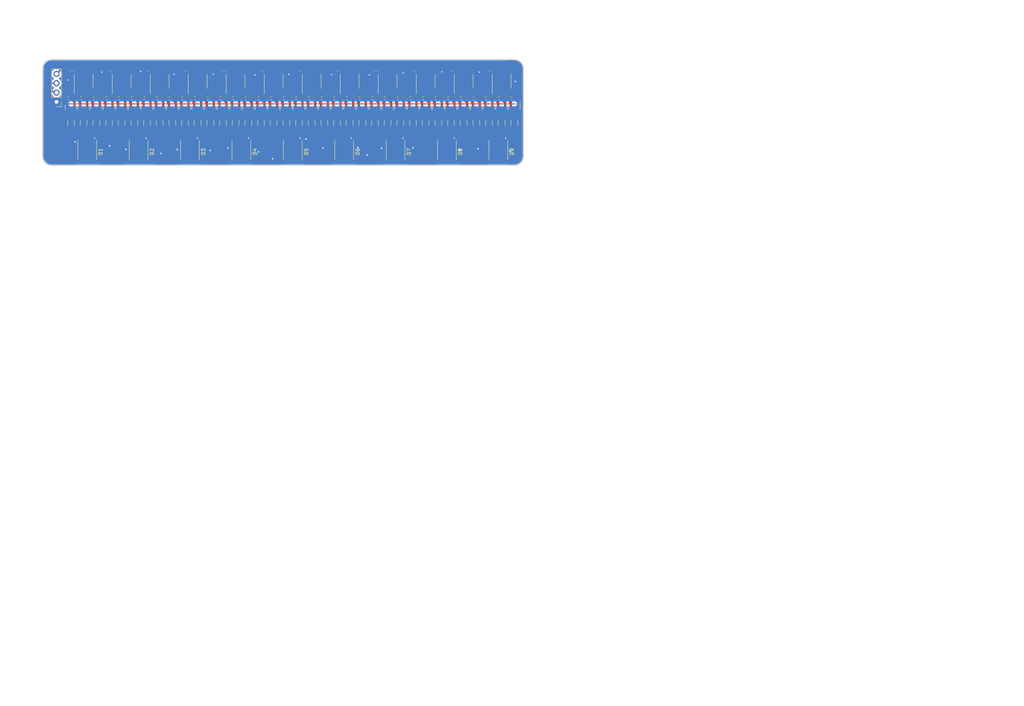
<source format=kicad_pcb>
(kicad_pcb (version 20221018) (generator pcbnew)
  (layers (0 "F.Cu" signal) (31 "B.Cu" signal) (34 "B.Paste" user) (35 "F.Paste" user) (36 "B.SilkS" user "B.Silkscreen") (37 "F.SilkS" user "F.Silkscreen") (38 "B.Mask" user) (39 "F.Mask" user) (44 "Edge.Cuts" user))
  (net 0 "")
  (net 1 "GND")
  (net 2 "Net-(D1-Pad1)")
  (net 3 "Net-(D1-Pad4)")
  (net 4 "Net-(D1-Pad2)")
  (net 5 "Net-(D1-Pad3)")
  (net 6 "Net-(D2-Pad1)")
  (net 7 "Net-(D2-Pad4)")
  (net 8 "Net-(D2-Pad2)")
  (net 9 "Net-(D2-Pad3)")
  (net 10 "Net-(D3-Pad1)")
  (net 11 "Net-(D3-Pad4)")
  (net 12 "Net-(D3-Pad2)")
  (net 13 "Net-(D3-Pad3)")
  (net 14 "Net-(D4-Pad1)")
  (net 15 "Net-(D4-Pad4)")
  (net 16 "Net-(D4-Pad2)")
  (net 17 "DOUT")
  (net 18 "DIN")
  (net 19 "+5V")
  (net 20 "Net-(Q1-G)")
  (net 21 "Net-(Q1-D)")
  (net 22 "Net-(Q2-G)")
  (net 23 "Net-(Q2-D)")
  (net 24 "Net-(Q3-G)")
  (net 25 "Net-(Q3-D)")
  (net 26 "Net-(Q4-G)")
  (net 27 "Net-(Q4-D)")
  (net 28 "Net-(Q5-G)")
  (net 29 "Net-(Q5-D)")
  (net 30 "Net-(Q6-G)")
  (net 31 "Net-(Q6-D)")
  (net 32 "Net-(Q7-G)")
  (net 33 "Net-(Q7-D)")
  (net 34 "Net-(Q8-G)")
  (net 35 "Net-(Q8-D)")
  (net 36 "Net-(Q9-G)")
  (net 37 "Net-(Q9-D)")
  (net 38 "Net-(Q10-G)")
  (net 39 "Net-(Q10-D)")
  (net 40 "Net-(Q11-G)")
  (net 41 "Net-(Q11-D)")
  (net 42 "Net-(Q12-G)")
  (net 43 "Net-(Q12-D)")
  (net 44 "Net-(Q13-G)")
  (net 45 "Net-(Q13-D)")
  (net 46 "Net-(Q14-G)")
  (net 47 "Net-(Q14-D)")
  (net 48 "Net-(Q15-G)")
  (net 49 "Net-(Q15-D)")
  (net 50 "Net-(Q16-G)")
  (net 51 "Net-(Q16-D)")
  (net 52 "Net-(Q17-G)")
  (net 53 "Net-(Q17-D)")
  (net 54 "Net-(Q18-G)")
  (net 55 "Net-(Q18-D)")
  (net 56 "Net-(Q19-G)")
  (net 57 "Net-(Q19-D)")
  (net 58 "Net-(Q20-G)")
  (net 59 "Net-(Q20-D)")
  (net 60 "Net-(Q21-G)")
  (net 61 "Net-(Q21-D)")
  (net 62 "Net-(Q22-G)")
  (net 63 "Net-(Q22-D)")
  (net 64 "Net-(Q23-G)")
  (net 65 "Net-(Q23-D)")
  (net 66 "Net-(Q24-G)")
  (net 67 "Net-(Q24-D)")
  (net 68 "Net-(Q25-G)")
  (net 69 "Net-(Q25-D)")
  (net 70 "Net-(Q26-G)")
  (net 71 "Net-(Q26-D)")
  (net 72 "Net-(Q27-G)")
  (net 73 "Net-(Q27-D)")
  (net 74 "Net-(Q28-G)")
  (net 75 "Net-(Q28-D)")
  (net 76 "Net-(Q29-G)")
  (net 77 "Net-(Q29-D)")
  (net 78 "Net-(Q30-G)")
  (net 79 "Net-(Q30-D)")
  (net 80 "Net-(Q31-G)")
  (net 81 "Net-(Q31-D)")
  (net 82 "Net-(Q32-G)")
  (net 83 "Net-(Q32-D)")
  (net 84 "Net-(Q33-G)")
  (net 85 "Net-(Q33-D)")
  (net 86 "Net-(Q34-G)")
  (net 87 "Net-(Q34-D)")
  (net 88 "Net-(Q35-G)")
  (net 89 "Net-(Q35-D)")
  (net 90 "Net-(Q36-G)")
  (net 91 "Net-(Q36-D)")
  (net 92 "Net-(D4-Pad3)")
  (net 93 "Net-(D5-Pad1)")
  (net 94 "Net-(D5-Pad4)")
  (net 95 "Net-(D5-Pad2)")
  (net 96 "Net-(D5-Pad3)")
  (net 97 "Net-(D6-Pad1)")
  (net 98 "Net-(D6-Pad4)")
  (net 99 "Net-(D6-Pad2)")
  (net 100 "Net-(D6-Pad3)")
  (net 101 "Net-(D7-Pad4)")
  (net 102 "Net-(D8-Pad1)")
  (net 103 "Net-(D8-Pad4)")
  (net 104 "Net-(D8-Pad2)")
  (net 105 "Net-(D8-Pad3)")
  (net 106 "Net-(D9-Pad1)")
  (net 107 "Net-(U1-DO)")
  (net 109 "Net-(U2-DO)")
  (net 111 "Net-(U3-DO)")
  (net 113 "Net-(U4-DO)")
  (net 115 "Net-(U5-DO)")
  (net 117 "Net-(U6-DO)")
  (net 119 "Net-(U7-DO)")
  (net 121 "Net-(U8-DO)")
  (net 123 "Net-(U10-DIN)")
  (net 125 "Net-(U10-DO)")
  (net 127 "Net-(U11-DO)")
  (net 130 "Net-(D9-Pad4)")
  (net 131 "Net-(D9-Pad2)")
  (net 132 "Net-(D9-Pad3)")
  (net 133 "Net-(D7-Pad1)")
  (net 134 "Net-(D7-Pad2)")
  (net 135 "Net-(D7-Pad3)")
  (footprint "Capacitor_SMD:C_0402_1005Metric" (layer "F.Cu") (at 38.9 28.4375 -90)
    (fp_text reference "C2")
    (fp_text value "0402 100uF")
  )
  (footprint "Package_SO:SOIC-8_3.9x4.9mm_P1.27mm" (layer "F.Cu") (at 114.55 31.2375 90)
    (fp_text reference "U9")
    (fp_text value "WS2811")
  )
  (footprint "Resistor_SMD:R_0402_1005Metric" (layer "F.Cu") (at 144.85 35.8625)
    (fp_text reference "R70")
    (fp_text value "10K 0402")
  )
  (footprint "Resistor_SMD:R_1206_3216Metric" (layer "F.Cu") (at 28.3 42.5875 -90)
    (fp_text reference "R6")
    (fp_text value "20r 1206")
  )
  (footprint "Resistor_SMD:R_0402_1005Metric" (layer "F.Cu") (at 27.55 35.8875)
    (fp_text reference "R1")
    (fp_text value "10K 0402")
  )
  (footprint "Package_TO_SOT_SMD:SOT-23" (layer "F.Cu") (at 145.6 38.3375 -90)
    (fp_text reference "Q35")
    (fp_text value "Si2301DS")
  )
  (footprint "Resistor_SMD:R_0402_1005Metric" (layer "F.Cu") (at 148.275 35.875 180)
    (fp_text reference "R72")
    (fp_text value "10K 0402")
  )
  (footprint "Package_SO:SOIC-8_3.9x4.9mm_P1.27mm" (layer "F.Cu") (at 83.5 31.2375 90)
    (fp_text reference "U6")
    (fp_text value "WS2811")
  )
  (footprint "Resistor_SMD:R_1206_3216Metric" (layer "F.Cu") (at 38.65 42.5875 -90)
    (fp_text reference "R7")
    (fp_text value "20r 1206")
  )
  (footprint "Resistor_SMD:R_0402_1005Metric" (layer "F.Cu") (at 124.125 35.8375)
    (fp_text reference "R58")
    (fp_text value "10K 0402")
  )
  (footprint "Resistor_SMD:R_0402_1005Metric" (layer "F.Cu") (at 41.35 35.8375)
    (fp_text reference "R10")
    (fp_text value "10K 0402")
  )
  (footprint "Resistor_SMD:R_0402_1005Metric" (layer "F.Cu") (at 51.7 35.8375)
    (fp_text reference "R16")
    (fp_text value "10K 0402")
  )
  (footprint "Resistor_SMD:R_1206_3216Metric" (layer "F.Cu") (at 42.1 42.5875 -90)
    (fp_text reference "R9")
    (fp_text value "20r 1206")
  )
  (footprint "Package_SO:SOIC-8_3.9x4.9mm_P1.27mm" (layer "F.Cu") (at 104.2 31.2375 90)
    (fp_text reference "U8")
    (fp_text value "WS2811")
  )
  (footprint "Resistor_SMD:R_1206_3216Metric" (layer "F.Cu") (at 93.85 42.5875 -90)
    (fp_text reference "R39")
    (fp_text value "20r 1206")
  )
  (footprint "Resistor_SMD:R_0402_1005Metric" (layer "F.Cu") (at 62.05 35.8375)
    (fp_text reference "R22")
    (fp_text value "10K 0402")
  )
  (footprint "Resistor_SMD:R_1206_3216Metric" (layer "F.Cu") (at 135.25 42.5875 -90)
    (fp_text reference "R63")
    (fp_text value "20r 1206")
  )
  (footprint "Resistor_SMD:R_1206_3216Metric" (layer "F.Cu") (at 131.8 42.5875 -90)
    (fp_text reference "R59")
    (fp_text value "20r 1206")
  )
  (footprint "Resistor_SMD:R_0402_1005Metric" (layer "F.Cu") (at 72.4 35.8375)
    (fp_text reference "R28")
    (fp_text value "10K 0402")
  )
  (footprint "Resistor_SMD:R_0402_1005Metric" (layer "F.Cu") (at 89.625 35.8375)
    (fp_text reference "R37")
    (fp_text value "10K 0402")
  )
  (footprint "Resistor_SMD:R_0402_1005Metric" (layer "F.Cu") (at 113.775 35.8375)
    (fp_text reference "R52")
    (fp_text value "10K 0402")
  )
  (footprint "Resistor_SMD:R_1206_3216Metric" (layer "F.Cu") (at 45.55 42.5875 -90)
    (fp_text reference "R11")
    (fp_text value "20r 1206")
  )
  (footprint "plcc8:LED_CLQ6A-TKW-C1L1R1H1QBB7935CC3" (layer "F.Cu") (at 32.7 49.9625 -90)
    (fp_text reference "D1")
    (fp_text value "GW J9LHS2.4M-C0C7-2+35+13+57AW-1 ")
  )
  (footprint "Package_TO_SOT_SMD:SOT-23" (layer "F.Cu") (at 97.3 38.3375 -90)
    (fp_text reference "Q22")
    (fp_text value "Si2301DS")
  )
  (footprint "Resistor_SMD:R_1206_3216Metric" (layer "F.Cu") (at 35.2 42.5875 -90)
    (fp_text reference "R4")
    (fp_text value "20r 1206")
  )
  (footprint "plcc8:LED_CLQ6A-TKW-C1L1R1H1QBB7935CC3" (layer "F.Cu") (at 144.7 49.9625 -90)
    (fp_text reference "D9")
    (fp_text value "GW J9LHS2.4M-C0C7-2+35+13+57AW-1 ")
  )
  (footprint "Resistor_SMD:R_0402_1005Metric" (layer "F.Cu") (at 106.875 35.875 180)
    (fp_text reference "R48")
    (fp_text value "10K 0402")
  )
  (footprint "Capacitor_SMD:C_0402_1005Metric" (layer "F.Cu") (at 28.55 28.4375 -90)
    (fp_text reference "C1")
    (fp_text value "0402 100uF")
  )
  (footprint "plcc8:LED_CLQ6A-TKW-C1L1R1H1QBB7935CC3" (layer "F.Cu") (at 74.7 49.9625 -90)
    (fp_text reference "D4")
    (fp_text value "GW J9LHS2.4M-C0C7-2+35+13+57AW-1 ")
  )
  (footprint "Package_TO_SOT_SMD:SOT-23" (layer "F.Cu") (at 83.5 38.3375 -90)
    (fp_text reference "Q17")
    (fp_text value "Si2301DS")
  )
  (footprint "Capacitor_SMD:C_0402_1005Metric" (layer "F.Cu") (at 101 28.4375 -90)
    (fp_text reference "C8")
    (fp_text value "0402 100uF")
  )
  (footprint "Package_TO_SOT_SMD:SOT-23" (layer "F.Cu") (at 69.7 38.3375 -90)
    (fp_text reference "Q13")
    (fp_text value "Si2301DS")
  )
  (footprint "Resistor_SMD:R_1206_3216Metric" (layer "F.Cu") (at 114.55 42.5875 -90)
    (fp_text reference "R51")
    (fp_text value "20r 1206")
  )
  (footprint "Package_TO_SOT_SMD:SOT-23" (layer "F.Cu") (at 73.15 38.3375 -90)
    (fp_text reference "Q14")
    (fp_text value "Si2301DS")
  )
  (footprint "Resistor_SMD:R_0402_1005Metric" (layer "F.Cu") (at 58.6 35.8375)
    (fp_text reference "R20")
    (fp_text value "10K 0402")
  )
  (footprint "Package_TO_SOT_SMD:SOT-23" (layer "F.Cu") (at 121.45 38.3375 -90)
    (fp_text reference "Q28")
    (fp_text value "Si2301DS")
  )
  (footprint "Resistor_SMD:R_1206_3216Metric" (layer "F.Cu") (at 80.05 42.5875 -90)
    (fp_text reference "R30")
    (fp_text value "20r 1206")
  )
  (footprint "Resistor_SMD:R_0402_1005Metric" (layer "F.Cu") (at 55.125 35.9 180)
    (fp_text reference "R18")
    (fp_text value "10K 0402")
  )
  (footprint "Resistor_SMD:R_1206_3216Metric" (layer "F.Cu") (at 128.35 42.5875 -90)
    (fp_text reference "R60")
    (fp_text value "20r 1206")
  )
  (footprint "Package_SO:SOIC-8_3.9x4.9mm_P1.27mm" (layer "F.Cu") (at 42.1 31.2375 90)
    (fp_text reference "U2")
    (fp_text value "WS2811")
  )
  (footprint "Resistor_SMD:R_1206_3216Metric" (layer "F.Cu") (at 118 42.5875 -90)
    (fp_text reference "R53")
    (fp_text value "20r 1206")
  )
  (footprint "Package_TO_SOT_SMD:SOT-23" (layer "F.Cu") (at 59.35 38.3375 -90)
    (fp_text reference "Q10")
    (fp_text value "Si2301DS")
  )
  (footprint "Capacitor_SMD:C_0402_1005Metric" (layer "F.Cu") (at 69.95 28.4375 -90)
    (fp_text reference "C5")
    (fp_text value "0402 100uF")
  )
  (footprint "Resistor_SMD:R_0402_1005Metric" (layer "F.Cu") (at 34.475 35.9 180)
    (fp_text reference "R3")
    (fp_text value "10K 0402")
  )
  (footprint "Resistor_SMD:R_0402_1005Metric" (layer "F.Cu") (at 117.25 35.875 180)
    (fp_text reference "R55")
    (fp_text value "10K 0402")
  )
  (footprint "Resistor_SMD:R_0402_1005Metric" (layer "F.Cu") (at 131.025 35.8375)
    (fp_text reference "R61")
    (fp_text value "10K 0402")
  )
  (footprint "Package_TO_SOT_SMD:SOT-23" (layer "F.Cu") (at 35.2 38.3375 -90)
    (fp_text reference "Q3")
    (fp_text value "Si2301DS")
  )
  (footprint "Resistor_SMD:R_1206_3216Metric" (layer "F.Cu") (at 121.45 42.5875 -90)
    (fp_text reference "R54")
    (fp_text value "20r 1206")
  )
  (footprint "Package_TO_SOT_SMD:SOT-23" (layer "F.Cu") (at 124.9 38.3375 -90)
    (fp_text reference "Q29")
    (fp_text value "Si2301DS")
  )
  (footprint "Package_TO_SOT_SMD:SOT-23" (layer "F.Cu") (at 86.95 38.3375 -90)
    (fp_text reference "Q19")
    (fp_text value "Si2301DS")
  )
  (footprint "Package_TO_SOT_SMD:SOT-23" (layer "F.Cu") (at 100.75 38.3375 -90)
    (fp_text reference "Q21")
    (fp_text value "Si2301DS")
  )
  (footprint "Package_SO:SOIC-8_3.9x4.9mm_P1.27mm" (layer "F.Cu") (at 93.85 31.2375 90)
    (fp_text reference "U7")
    (fp_text value "WS2811")
  )
  (footprint "Package_TO_SOT_SMD:SOT-23" (layer "F.Cu") (at 114.55 38.3375 -90)
    (fp_text reference "Q26")
    (fp_text value "Si2301DS")
  )
  (footprint "Package_TO_SOT_SMD:SOT-23" (layer "F.Cu") (at 62.8 38.3375 -90)
    (fp_text reference "Q11")
    (fp_text value "Si2301DS")
  )
  (footprint "Resistor_SMD:R_1206_3216Metric" (layer "F.Cu") (at 138.7 42.5875 -90)
    (fp_text reference "R66")
    (fp_text value "20r 1206")
  )
  (footprint "Resistor_SMD:R_0402_1005Metric" (layer "F.Cu") (at 86.2 35.9 180)
    (fp_text reference "R38")
    (fp_text value "10K 0402")
  )
  (footprint "Resistor_SMD:R_1206_3216Metric" (layer "F.Cu") (at 149.05 42.5875 -90)
    (fp_text reference "R71")
    (fp_text value "20r 1206")
  )
  (footprint "Package_SO:SOIC-8_3.9x4.9mm_P1.27mm" (layer "F.Cu") (at 135.25 31.2375 90)
    (fp_text reference "U11")
    (fp_text value "WS2811")
  )
  (footprint "Resistor_SMD:R_1206_3216Metric" (layer "F.Cu") (at 124.9 42.5875 -90)
    (fp_text reference "R57")
    (fp_text value "20r 1206")
  )
  (footprint "Resistor_SMD:R_0402_1005Metric" (layer "F.Cu") (at 99.975 35.8375)
    (fp_text reference "R43")
    (fp_text value "10K 0402")
  )
  (footprint "Resistor_SMD:R_1206_3216Metric" (layer "F.Cu") (at 111.1 42.5875 -90)
    (fp_text reference "R49")
    (fp_text value "20r 1206")
  )
  (footprint "Capacitor_SMD:C_0402_1005Metric" (layer "F.Cu") (at 132.05 28.4375 -90)
    (fp_text reference "C11")
    (fp_text value "0402 100uF")
  )
  (footprint "Resistor_SMD:R_0402_1005Metric" (layer "F.Cu") (at 96.55 35.875 180)
    (fp_text reference "R44")
    (fp_text value "10K 0402")
  )
  (footprint "Package_SO:SOIC-8_3.9x4.9mm_P1.27mm" (layer "F.Cu") (at 52.45 31.2375 90)
    (fp_text reference "U3")
    (fp_text value "WS2811")
  )
  (footprint "Resistor_SMD:R_1206_3216Metric" (layer "F.Cu") (at 107.65 42.5875 -90)
    (fp_text reference "R47")
    (fp_text value "20r 1206")
  )
  (footprint "Package_TO_SOT_SMD:SOT-23" (layer "F.Cu") (at 135.25 38.3375 -90)
    (fp_text reference "Q32")
    (fp_text value "Si2301DS")
  )
  (footprint "Resistor_SMD:R_0402_1005Metric" (layer "F.Cu") (at 82.75 35.8375)
    (fp_text reference "R34")
    (fp_text value "10K 0402")
  )
  (footprint "Resistor_SMD:R_0402_1005Metric" (layer "F.Cu") (at 120.7 35.8375)
    (fp_text reference "R56")
    (fp_text value "10K 0402")
  )
  (footprint "Package_SO:SOIC-8_3.9x4.9mm_P1.27mm" (layer "F.Cu") (at 145.6 31.2375 90)
    (fp_text reference "U12")
    (fp_text value "WS2811")
  )
  (footprint "Capacitor_SMD:C_0402_1005Metric" (layer "F.Cu") (at 111.35 28.4375 -90)
    (fp_text reference "C9")
    (fp_text value "0402 100uF")
  )
  (footprint "Package_TO_SOT_SMD:SOT-23" (layer "F.Cu") (at 131.8 38.3375 -90)
    (fp_text reference "Q30")
    (fp_text value "Si2301DS")
  )
  (footprint "plcc8:LED_CLQ6A-TKW-C1L1R1H1QBB7935CC3" (layer "F.Cu") (at 130.7 49.9625 -90)
    (fp_text reference "D8")
    (fp_text value "GW J9LHS2.4M-C0C7-2+35+13+57AW-1 ")
  )
  (footprint "Package_TO_SOT_SMD:SOT-23" (layer "F.Cu") (at 42.1 38.3375 -90)
    (fp_text reference "Q5")
    (fp_text value "Si2301DS")
  )
  (footprint "Resistor_SMD:R_1206_3216Metric" (layer "F.Cu") (at 49 42.5875 -90)
    (fp_text reference "R13")
    (fp_text value "20r 1206")
  )
  (footprint "Package_TO_SOT_SMD:SOT-23" (layer "F.Cu") (at 104.2 38.3375 -90)
    (fp_text reference "Q23")
    (fp_text value "Si2301DS")
  )
  (footprint "Package_TO_SOT_SMD:SOT-23" (layer "F.Cu") (at 111.1 38.3375 -90)
    (fp_text reference "Q25")
    (fp_text value "Si2301DS")
  )
  (footprint "Resistor_SMD:R_0402_1005Metric" (layer "F.Cu") (at 103.45 35.8375)
    (fp_text reference "R46")
    (fp_text value "10K 0402")
  )
  (footprint "Resistor_SMD:R_0402_1005Metric" (layer "F.Cu") (at 127.575 35.875 180)
    (fp_text reference "R62")
    (fp_text value "10K 0402")
  )
  (footprint "Resistor_SMD:R_0402_1005Metric" (layer "F.Cu") (at 37.9 35.8375)
    (fp_text reference "R8")
    (fp_text value "10K 0402")
  )
  (footprint "Resistor_SMD:R_1206_3216Metric" (layer "F.Cu") (at 104.2 42.5875 -90)
    (fp_text reference "R45")
    (fp_text value "20r 1206")
  )
  (footprint "Resistor_SMD:R_0402_1005Metric" (layer "F.Cu") (at 68.95 35.8375)
    (fp_text reference "R26")
    (fp_text value "10K 0402")
  )
  (footprint "Package_TO_SOT_SMD:SOT-23" (layer "F.Cu") (at 76.6 38.3375 -90)
    (fp_text reference "Q15")
    (fp_text value "Si2301DS")
  )
  (footprint "Resistor_SMD:R_1206_3216Metric" (layer "F.Cu") (at 76.6 42.5875 -90)
    (fp_text reference "R29")
    (fp_text value "20r 1206")
  )
  (footprint "Capacitor_SMD:C_0402_1005Metric" (layer "F.Cu") (at 90.65 28.4375 -90)
    (fp_text reference "C7")
    (fp_text value "0402 100uF")
  )
  (footprint "Package_TO_SOT_SMD:SOT-23" (layer "F.Cu") (at 28.3 38.3375 -90)
    (fp_text reference "Q1")
    (fp_text value "Si2301DS")
  )
  (footprint "Capacitor_SMD:C_0402_1005Metric" (layer "F.Cu") (at 142.4 28.4375 -90)
    (fp_text reference "C12")
    (fp_text value "0402 100uF")
  )
  (footprint "Resistor_SMD:R_1206_3216Metric" (layer "F.Cu") (at 145.6 42.5875 -90)
    (fp_text reference "R69")
    (fp_text value "20r 1206")
  )
  (footprint "Package_TO_SOT_SMD:SOT-23" (layer "F.Cu") (at 45.55 38.3375 -90)
    (fp_text reference "Q6")
    (fp_text value "Si2301DS")
  )
  (footprint "Resistor_SMD:R_0402_1005Metric" (layer "F.Cu") (at 79.3 35.8375)
    (fp_text reference "R32")
    (fp_text value "10K 0402")
  )
  (footprint "plcc8:LED_CLQ6A-TKW-C1L1R1H1QBB7935CC3" (layer "F.Cu") (at 60.7 49.9625 -90)
    (fp_text reference "D3")
    (fp_text value "GW J9LHS2.4M-C0C7-2+35+13+57AW-1 ")
  )
  (footprint "Resistor_SMD:R_1206_3216Metric" (layer "F.Cu") (at 97.3 42.5875 -90)
    (fp_text reference "R42")
    (fp_text value "20r 1206")
  )
  (footprint "Package_TO_SOT_SMD:SOT-23" (layer "F.Cu") (at 55.9 38.3375 -90)
    (fp_text reference "Q9")
    (fp_text value "Si2301DS")
  )
  (footprint "Resistor_SMD:R_0402_1005Metric" (layer "F.Cu") (at 137.95 35.875 180)
    (fp_text reference "R68")
    (fp_text value "10K 0402")
  )
  (footprint "Package_TO_SOT_SMD:SOT-23" (layer "F.Cu") (at 118 38.3375 -90)
    (fp_text reference "Q27")
    (fp_text value "Si2301DS")
  )
  (footprint "Capacitor_SMD:C_0402_1005Metric" (layer "F.Cu") (at 59.6 28.4375 -90)
    (fp_text reference "C4")
    (fp_text value "0402 100uF")
  )
  (footprint "Package_SO:SOIC-8_3.9x4.9mm_P1.27mm" (layer "F.Cu") (at 62.8 31.2375 90)
    (fp_text reference "U4")
    (fp_text value "WS2811")
  )
  (footprint "Resistor_SMD:R_1206_3216Metric" (layer "F.Cu") (at 52.45 42.5875 -90)
    (fp_text reference "R15")
    (fp_text value "20r 1206")
  )
  (footprint "Capacitor_SMD:C_0402_1005Metric" (layer "F.Cu") (at 80.3 28.4375 -90)
    (fp_text reference "C6")
    (fp_text value "0402 100uF")
  )
  (footprint "Resistor_SMD:R_1206_3216Metric" (layer "F.Cu") (at 86.95 42.5875 -90)
    (fp_text reference "R36")
    (fp_text value "20r 1206")
  )
  (footprint "Resistor_SMD:R_0402_1005Metric" (layer "F.Cu") (at 48.25 35.8375)
    (fp_text reference "R14")
    (fp_text value "10K 0402")
  )
  (footprint "Package_TO_SOT_SMD:SOT-23" (layer "F.Cu") (at 52.45 38.3375 -90)
    (fp_text reference "Q8")
    (fp_text value "Si2301DS")
  )
  (footprint "Resistor_SMD:R_1206_3216Metric" (layer "F.Cu") (at 83.5 42.5875 -90)
    (fp_text reference "R33")
    (fp_text value "20r 1206")
  )
  (footprint "Package_SO:SOIC-8_3.9x4.9mm_P1.27mm" (layer "F.Cu") (at 73.12 31.2375 90)
    (fp_text reference "U5")
    (fp_text value "WS2811")
  )
  (footprint "Package_TO_SOT_SMD:SOT-23" (layer "F.Cu") (at 90.4 38.3375 -90)
    (fp_text reference "Q18")
    (fp_text value "Si2301DS")
  )
  (footprint "Package_TO_SOT_SMD:SOT-23" (layer "F.Cu") (at 38.65 38.3375 -90)
    (fp_text reference "Q4")
    (fp_text value "Si2301DS")
  )
  (footprint "Package_TO_SOT_SMD:SOT-23" (layer "F.Cu") (at 107.65 38.3375 -90)
    (fp_text reference "Q24")
    (fp_text value "Si2301DS")
  )
  (footprint "Capacitor_SMD:C_0402_1005Metric" (layer "F.Cu") (at 49.25 28.4375 -90)
    (fp_text reference "C3")
    (fp_text value "0402 100uF")
  )
  (footprint "plcc8:LED_CLQ6A-TKW-C1L1R1H1QBB7935CC3" (layer "F.Cu") (at 46.7 49.9625 -90)
    (fp_text reference "D2")
    (fp_text value "GW J9LHS2.4M-C0C7-2+35+13+57AW-1 ")
  )
  (footprint "Resistor_SMD:R_1206_3216Metric" (layer "F.Cu") (at 62.8 42.5875 -90)
    (fp_text reference "R21")
    (fp_text value "20r 1206")
  )
  (footprint "Resistor_SMD:R_0402_1005Metric" (layer "F.Cu") (at 93.1 35.8375)
    (fp_text reference "R40")
    (fp_text value "10K 0402")
  )
  (footprint "Package_TO_SOT_SMD:SOT-23" (layer "F.Cu") (at 128.35 38.3375 -90)
    (fp_text reference "Q31")
    (fp_text value "Si2301DS")
  )
  (footprint "Resistor_SMD:R_1206_3216Metric" (layer "F.Cu") (at 142.15 42.5875 -90)
    (fp_text reference "R65")
    (fp_text value "20r 1206")
  )
  (footprint "plcc8:LED_CLQ6A-TKW-C1L1R1H1QBB7935CC3" (layer "F.Cu") (at 88.7 49.9625 -90)
    (fp_text reference "D5")
    (fp_text value "GW J9LHS2.4M-C0C7-2+35+13+57AW-1 ")
  )
  (footprint "Package_TO_SOT_SMD:SOT-23" (layer "F.Cu") (at 149.05 38.3375 -90)
    (fp_text reference "Q36")
    (fp_text value "Si2301DS")
  )
  (footprint "plcc8:LED_CLQ6A-TKW-C1L1R1H1QBB7935CC3" (layer "F.Cu") (at 102.7 49.9625 -90)
    (fp_text reference "D6")
    (fp_text value "GW J9LHS2.4M-C0C7-2+35+13+57AW-1 ")
  )
  (footprint "Resistor_SMD:R_1206_3216Metric" (layer "F.Cu") (at 100.75 42.5875 -90)
    (fp_text reference "R41")
    (fp_text value "20r 1206")
  )
  (footprint "Resistor_SMD:R_1206_3216Metric" (layer "F.Cu") (at 31.75 42.5875 -90)
    (fp_text reference "R5")
    (fp_text value "20r 1206")
  )
  (footprint "Resistor_SMD:R_1206_3216Metric" (layer "F.Cu") (at 69.7 42.5875 -90)
    (fp_text reference "R25")
    (fp_text value "20r 1206")
  )
  (footprint "Package_TO_SOT_SMD:SOT-23" (layer "F.Cu") (at 31.75 38.3375 -90)
    (fp_text reference "Q2")
    (fp_text value "Si2301DS")
  )
  (footprint "plcc8:LED_CLQ6A-TKW-C1L1R1H1QBB7935CC3" (layer "F.Cu") (at 116.7 49.9625 -90)
    (fp_text reference "D7")
    (fp_text value "GW J9LHS2.4M-C0C7-2+35+13+57AW-1 ")
  )
  (footprint "Resistor_SMD:R_0402_1005Metric" (layer "F.Cu") (at 110.35 35.8375)
    (fp_text reference "R50")
    (fp_text value "10K 0402")
  )
  (footprint "Resistor_SMD:R_1206_3216Metric" (layer "F.Cu") (at 90.4 42.5875 -90)
    (fp_text reference "R35")
    (fp_text value "20r 1206")
  )
  (footprint "Resistor_SMD:R_0402_1005Metric" (layer "F.Cu") (at 134.5 35.8375)
    (fp_text reference "R64")
    (fp_text value "10K 0402")
  )
  (footprint "Resistor_SMD:R_1206_3216Metric" (layer "F.Cu") (at 59.35 42.5875 -90)
    (fp_text reference "R19")
    (fp_text value "20r 1206")
  )
  (footprint "Capacitor_SMD:C_0402_1005Metric" (layer "F.Cu") (at 121.7 28.4375 -90)
    (fp_text reference "C10")
    (fp_text value "0402 100uF")
  )
  (footprint "Resistor_SMD:R_0402_1005Metric" (layer "F.Cu") (at 44.8 35.8375 180)
    (fp_text reference "R12")
    (fp_text value "10K 0402")
  )
  (footprint "Resistor_SMD:R_0402_1005Metric" (layer "F.Cu") (at 75.85 35.9 180)
    (fp_text reference "R31")
    (fp_text value "10K 0402")
  )
  (footprint "Resistor_SMD:R_0402_1005Metric" (layer "F.Cu") (at 141.35 35.8625)
    (fp_text reference "R67")
    (fp_text value "10K 0402")
  )
  (footprint "Resistor_SMD:R_1206_3216Metric" (layer "F.Cu") (at 73.15 42.5875 -90)
    (fp_text reference "R27")
    (fp_text value "20r 1206")
  )
  (footprint "Resistor_SMD:R_1206_3216Metric" (layer "F.Cu") (at 55.9 42.5875 -90)
    (fp_text reference "R17")
    (fp_text value "20r 1206")
  )
  (footprint "Package_TO_SOT_SMD:SOT-23" (layer "F.Cu") (at 93.85 38.3375 -90)
    (fp_text reference "Q20")
    (fp_text value "Si2301DS")
  )
  (footprint "Resistor_SMD:R_0402_1005Metric" (layer "F.Cu") (at 31 35.8375)
    (fp_text reference "R2")
    (fp_text value "10K 0402")
  )
  (footprint "Package_SO:SOIC-8_3.9x4.9mm_P1.27mm" (layer "F.Cu") (at 124.9 31.2375 90)
    (fp_text reference "U10")
    (fp_text value "WS2811")
  )
  (footprint "Connector_PinHeader_2.54mm:PinHeader_1x04_P2.54mm_Vertical" (layer "F.Cu") (at 24.35 36.8575 180)
    (fp_text reference "J1")
    (fp_text value "Conn_01x04")
  )
  (footprint "Package_TO_SOT_SMD:SOT-23" (layer "F.Cu") (at 80.05 38.3375 -90)
    (fp_text reference "Q16")
    (fp_text value "Si2301DS")
  )
  (footprint "Package_TO_SOT_SMD:SOT-23" (layer "F.Cu") (at 138.7 38.3375 -90)
    (fp_text reference "Q34")
    (fp_text value "Si2301DS")
  )
  (footprint "Resistor_SMD:R_0402_1005Metric" (layer "F.Cu") (at 65.5 35.875 180)
    (fp_text reference "R24")
    (fp_text value "10K 0402")
  )
  (footprint "Package_SO:SOIC-8_3.9x4.9mm_P1.27mm" (layer "F.Cu") (at 31.75 31.2375 90)
    (fp_text reference "U1")
    (fp_text value "WS2811")
  )
  (footprint "Package_TO_SOT_SMD:SOT-23" (layer "F.Cu") (at 49 38.3375 -90)
    (fp_text reference "Q7")
    (fp_text value "Si2301DS")
  )
  (footprint "Resistor_SMD:R_1206_3216Metric" (layer "F.Cu") (at 66.25 42.5875 -90)
    (fp_text reference "R23")
    (fp_text value "20r 1206")
  )
  (footprint "Package_TO_SOT_SMD:SOT-23" (layer "F.Cu") (at 142.15 38.3375 -90)
    (fp_text reference "Q33")
    (fp_text value "Si2301DS")
  )
  (footprint "Package_TO_SOT_SMD:SOT-23" (layer "F.Cu") (at 66.25 38.3375 -90)
    (fp_text reference "Q12")
    (fp_text value "Si2301DS")
  )
  (gr_arc (start 23 54.2) (mid 21.232233 53.467767) (end 20.5 51.7) (stroke (width 0.2)) (layer "Edge.Cuts"))
  (gr_arc (start 151.6 51.7) (mid 150.867767 53.467767) (end 149.1 54.2) (stroke (width 0.2)) (layer "Edge.Cuts"))
  (gr_line (start 151.6 27.75) (end 151.6 51.7) (stroke (width 0.2)) (layer "Edge.Cuts"))
  (gr_line (start 23 25.25) (end 149.1 25.25) (stroke (width 0.2)) (layer "Edge.Cuts"))
  (gr_arc (start 149.1 25.25) (mid 150.867767 25.982233) (end 151.6 27.75) (stroke (width 0.2)) (layer "Edge.Cuts"))
  (gr_line (start 20.5 51.7) (end 20.5 27.75) (stroke (width 0.2)) (layer "Edge.Cuts"))
  (gr_arc (start 20.5 27.75) (mid 21.232233 25.982233) (end 23 25.25) (stroke (width 0.2)) (layer "Edge.Cuts"))
  (gr_line (start 149.1 54.2) (end 23 54.2) (stroke (width 0.2)) (layer "Edge.Cuts"))
  (via (at 108.975 51.325) (size 0.8) (drill 0.4) (layers "F.Cu" "B.Cu") (net 1))
  (via (at 57.225 49.825) (size 0.8) (drill 0.4) (layers "F.Cu" "B.Cu") (net 1))
  (via (at 96.9 49.425) (size 0.8) (drill 0.4) (layers "F.Cu" "B.Cu") (net 1))
  (via (at 121.45 49.375) (size 0.8) (drill 0.4) (layers "F.Cu" "B.Cu") (net 1))
  (via (at 118.8 28.95) (size 0.6) (drill 0.35) (layers "F.Cu" "B.Cu") (net 1))
  (via (at 109.6 29.5) (size 0.6) (drill 0.35) (layers "F.Cu" "B.Cu") (net 1))
  (via (at 67.05 29.3) (size 0.6) (drill 0.35) (layers "F.Cu" "B.Cu") (net 1))
  (via (at 99.25 29.45) (size 0.6) (drill 0.35) (layers "F.Cu" "B.Cu") (net 1))
  (via (at 139.2 49.625) (size 0.8) (drill 0.4) (layers "F.Cu" "B.Cu") (net 1))
  (via (at 134.1 50) (size 0.8) (drill 0.4) (layers "F.Cu" "B.Cu") (net 1))
  (via (at 71 49.45) (size 0.8) (drill 0.4) (layers "F.Cu" "B.Cu") (net 1))
  (via (at 78.4 29.5) (size 0.6) (drill 0.35) (layers "F.Cu" "B.Cu") (net 1))
  (via (at 47.25 28.55) (size 0.6) (drill 0.35) (layers "F.Cu" "B.Cu") (net 1))
  (via (at 52.85 50.9) (size 0.8) (drill 0.4) (layers "F.Cu" "B.Cu") (net 1))
  (via (at 29.375 47.7) (size 0.8) (drill 0.4) (layers "F.Cu" "B.Cu") (net 1))
  (via (at 36.65 28.75) (size 0.6) (drill 0.35) (layers "F.Cu" "B.Cu") (net 1))
  (via (at 147.85 50.3) (size 0.8) (drill 0.4) (layers "F.Cu" "B.Cu") (net 1))
  (via (at 38.775 48.8) (size 0.8) (drill 0.4) (layers "F.Cu" "B.Cu") (net 1))
  (via (at 106.45 49.25) (size 0.8) (drill 0.4) (layers "F.Cu" "B.Cu") (net 1))
  (via (at 149.325 31.3) (size 0.8) (drill 0.4) (layers "F.Cu" "B.Cu") (net 1))
  (via (at 139.55 28.75) (size 0.6) (drill 0.35) (layers "F.Cu" "B.Cu") (net 1))
  (via (at 56.35 29.3) (size 0.6) (drill 0.35) (layers "F.Cu" "B.Cu") (net 1))
  (via (at 83.175 52.35) (size 0.8) (drill 0.4) (layers "F.Cu" "B.Cu") (net 1))
  (via (at 43.275 49.775) (size 0.8) (drill 0.4) (layers "F.Cu" "B.Cu") (net 1))
  (via (at 27.45 30.9) (size 0.6) (drill 0.35) (layers "F.Cu" "B.Cu") (net 1))
  (via (at 112.9 49.5) (size 0.8) (drill 0.4) (layers "F.Cu" "B.Cu") (net 1))
  (via (at 92.3 46.95) (size 0.8) (drill 0.4) (layers "F.Cu" "B.Cu") (net 1))
  (via (at 129.3 28.65) (size 0.6) (drill 0.35) (layers "F.Cu" "B.Cu") (net 1))
  (via (at 79.35 50.475) (size 0.8) (drill 0.4) (layers "F.Cu" "B.Cu") (net 1))
  (via (at 87.65 29.35) (size 0.6) (drill 0.35) (layers "F.Cu" "B.Cu") (net 1))
  (via (at 66.2 50.075) (size 0.8) (drill 0.4) (layers "F.Cu" "B.Cu") (net 1))
  (segment (start 36.075 52.8) (end 35.475 53.4) (width 0.25) (layer "F.Cu") (net 2))
  (segment (start 28.3 51.525) (end 28.3 44.05) (width 0.25) (layer "F.Cu") (net 2))
  (segment (start 35.475 53.4) (end 30.175 53.4) (width 0.25) (layer "F.Cu") (net 2))
  (segment (start 36.075 50.15) (end 36.075 52.8) (width 0.25) (layer "F.Cu") (net 2))
  (segment (start 30.175 53.4) (end 28.3 51.525) (width 0.25) (layer "F.Cu") (net 2))
  (segment (start 35.4025 49.4775) (end 36.075 50.15) (width 0.25) (layer "F.Cu") (net 2))
  (segment (start 34.345 49.4775) (end 35.4025 49.4775) (width 0.25) (layer "F.Cu") (net 2))
  (segment (start 37 42.4) (end 38.65 44.05) (width 0.25) (layer "F.Cu") (net 3))
  (segment (start 31.055 49.4775) (end 31.055 46.63) (width 0.25) (layer "F.Cu") (net 3))
  (segment (start 30.2 45.775) (end 30.2 43.375) (width 0.25) (layer "F.Cu") (net 3))
  (segment (start 31.055 46.63) (end 30.2 45.775) (width 0.25) (layer "F.Cu") (net 3))
  (segment (start 31.175 42.4) (end 37 42.4) (width 0.25) (layer "F.Cu") (net 3))
  (segment (start 30.2 43.375) (end 31.175 42.4) (width 0.25) (layer "F.Cu") (net 3))
  (segment (start 31.75 44.05) (end 32.9 42.9) (width 0.25) (layer "F.Cu") (net 4))
  (segment (start 32.9 42.9) (end 36.275 42.9) (width 0.25) (layer "F.Cu") (net 4))
  (segment (start 33.17 47.055) (end 33.17 48.6125) (width 0.25) (layer "F.Cu") (net 4))
  (segment (start 33.575 46.65) (end 33.17 47.055) (width 0.25) (layer "F.Cu") (net 4))
  (segment (start 36.85 44.9) (end 35.1 46.65) (width 0.25) (layer "F.Cu") (net 4))
  (segment (start 36.85 43.475) (end 36.85 44.9) (width 0.25) (layer "F.Cu") (net 4))
  (segment (start 35.1 46.65) (end 33.575 46.65) (width 0.25) (layer "F.Cu") (net 4))
  (segment (start 36.275 42.9) (end 36.85 43.475) (width 0.25) (layer "F.Cu") (net 4))
  (segment (start 32.23 46.895) (end 33 46.125) (width 0.25) (layer "F.Cu") (net 5))
  (segment (start 34.025 46.125) (end 35.2 44.95) (width 0.25) (layer "F.Cu") (net 5))
  (segment (start 32.23 48.6125) (end 32.23 46.895) (width 0.25) (layer "F.Cu") (net 5))
  (segment (start 35.2 44.95) (end 35.2 44.05) (width 0.25) (layer "F.Cu") (net 5))
  (segment (start 33 46.125) (end 34.025 46.125) (width 0.25) (layer "F.Cu") (net 5))
  (segment (start 50.375 53.45) (end 50.75 53.075) (width 0.25) (layer "F.Cu") (net 6))
  (segment (start 48.9775 49.4775) (end 48.345 49.4775) (width 0.25) (layer "F.Cu") (net 6))
  (segment (start 43.35 53.45) (end 50.375 53.45) (width 0.25) (layer "F.Cu") (net 6))
  (segment (start 42.1 52.2) (end 43.35 53.45) (width 0.25) (layer "F.Cu") (net 6))
  (segment (start 50.75 51.25) (end 48.9775 49.4775) (width 0.25) (layer "F.Cu") (net 6))
  (segment (start 50.75 53.075) (end 50.75 51.25) (width 0.25) (layer "F.Cu") (net 6))
  (segment (start 42.1 44.05) (end 42.1 52.2) (width 0.25) (layer "F.Cu") (net 6))
  (segment (start 45.055 46.605) (end 43.75 45.3) (width 0.25) (layer "F.Cu") (net 7))
  (segment (start 43.75 45.3) (end 43.75 43.65) (width 0.25) (layer "F.Cu") (net 7))
  (segment (start 50.725 42.325) (end 52.45 44.05) (width 0.25) (layer "F.Cu") (net 7))
  (segment (start 45.055 49.4775) (end 45.055 46.605) (width 0.25) (layer "F.Cu") (net 7))
  (segment (start 43.75 43.65) (end 45.075 42.325) (width 0.25) (layer "F.Cu") (net 7))
  (segment (start 45.075 42.325) (end 50.725 42.325) (width 0.25) (layer "F.Cu") (net 7))
  (segment (start 47.17 46.555) (end 47.17 48.6125) (width 0.25) (layer "F.Cu") (net 8))
  (segment (start 50.475 45.6) (end 48.125 45.6) (width 0.25) (layer "F.Cu") (net 8))
  (segment (start 50.75 43.275) (end 50.75 45.325) (width 0.25) (layer "F.Cu") (net 8))
  (segment (start 50.325 42.85) (end 50.75 43.275) (width 0.25) (layer "F.Cu") (net 8))
  (segment (start 46.75 42.85) (end 50.325 42.85) (width 0.25) (layer "F.Cu") (net 8))
  (segment (start 45.55 44.05) (end 46.75 42.85) (width 0.25) (layer "F.Cu") (net 8))
  (segment (start 50.75 45.325) (end 50.475 45.6) (width 0.25) (layer "F.Cu") (net 8))
  (segment (start 48.125 45.6) (end 47.17 46.555) (width 0.25) (layer "F.Cu") (net 8))
  (segment (start 46.23 48.6125) (end 46.23 46.345) (width 0.25) (layer "F.Cu") (net 9))
  (segment (start 48.525 44.05) (end 49 44.05) (width 0.25) (layer "F.Cu") (net 9))
  (segment (start 46.23 46.345) (end 48.525 44.05) (width 0.25) (layer "F.Cu") (net 9))
  (segment (start 63.875 52.85) (end 63.35 53.375) (width 0.25) (layer "F.Cu") (net 10))
  (segment (start 63.875 49.625) (end 63.875 52.85) (width 0.25) (layer "F.Cu") (net 10))
  (segment (start 63.7275 49.4775) (end 63.875 49.625) (width 0.25) (layer "F.Cu") (net 10))
  (segment (start 62.345 49.4775) (end 63.7275 49.4775) (width 0.25) (layer "F.Cu") (net 10))
  (segment (start 55.9 51.3) (end 55.9 44.05) (width 0.25) (layer "F.Cu") (net 10))
  (segment (start 63.35 53.375) (end 57.975 53.375) (width 0.25) (layer "F.Cu") (net 10))
  (segment (start 57.975 53.375) (end 55.9 51.3) (width 0.25) (layer "F.Cu") (net 10))
  (segment (start 59.055 49.4775) (end 59.055 46.13) (width 0.25) (layer "F.Cu") (net 11))
  (segment (start 58.875 42.25) (end 64.45 42.25) (width 0.25) (layer "F.Cu") (net 11))
  (segment (start 57.675 44.75) (end 57.675 43.45) (width 0.25) (layer "F.Cu") (net 11))
  (segment (start 57.675 43.45) (end 58.875 42.25) (width 0.25) (layer "F.Cu") (net 11))
  (segment (start 64.45 42.25) (end 66.25 44.05) (width 0.25) (layer "F.Cu") (net 11))
  (segment (start 59.055 46.13) (end 57.675 44.75) (width 0.25) (layer "F.Cu") (net 11))
  (segment (start 61.17 46.43) (end 61.84985 45.75015) (width 0.25) (layer "F.Cu") (net 12))
  (segment (start 64.625 43.325) (end 64.05 42.75) (width 0.25) (layer "F.Cu") (net 12))
  (segment (start 60.025 42.75) (end 59.35 43.425) (width 0.25) (layer "F.Cu") (net 12))
  (segment (start 63.87485 45.75015) (end 64.625 45) (width 0.25) (layer "F.Cu") (net 12))
  (segment (start 61.17 48.6125) (end 61.17 46.43) (width 0.25) (layer "F.Cu") (net 12))
  (segment (start 64.05 42.75) (end 60.025 42.75) (width 0.25) (layer "F.Cu") (net 12))
  (segment (start 64.625 45) (end 64.625 43.325) (width 0.25) (layer "F.Cu") (net 12))
  (segment (start 59.35 43.425) (end 59.35 44.05) (width 0.25) (layer "F.Cu") (net 12))
  (segment (start 61.84985 45.75015) (end 63.87485 45.75015) (width 0.25) (layer "F.Cu") (net 12))
  (segment (start 60.23 48.6125) (end 60.23 46.62) (width 0.25) (layer "F.Cu") (net 13))
  (segment (start 60.23 46.62) (end 62.8 44.05) (width 0.25) (layer "F.Cu") (net 13))
  (segment (start 77.2 53.4) (end 72.125 53.4) (width 0.25) (layer "F.Cu") (net 14))
  (segment (start 76.345 49.4775) (end 77.1525 49.4775) (width 0.25) (layer "F.Cu") (net 14))
  (segment (start 77.9 52.7) (end 77.2 53.4) (width 0.25) (layer "F.Cu") (net 14))
  (segment (start 77.9 50.225) (end 77.9 52.7) (width 0.25) (layer "F.Cu") (net 14))
  (segment (start 77.1525 49.4775) (end 77.9 50.225) (width 0.25) (layer "F.Cu") (net 14))
  (segment (start 72.125 53.4) (end 69.7 50.975) (width 0.25) (layer "F.Cu") (net 14))
  (segment (start 69.7 50.975) (end 69.7 44.05) (width 0.25) (layer "F.Cu") (net 14))
  (segment (start 71.35 45.025) (end 71.35 43.25) (width 0.25) (layer "F.Cu") (net 15))
  (segment (start 73.055 46.73) (end 71.35 45.025) (width 0.25) (layer "F.Cu") (net 15))
  (segment (start 71.35 43.25) (end 72.25 42.35) (width 0.25) (layer "F.Cu") (net 15))
  (segment (start 73.055 49.4775) (end 73.055 46.73) (width 0.25) (layer "F.Cu") (net 15))
  (segment (start 72.25 42.35) (end 78.35 42.35) (width 0.25) (layer "F.Cu") (net 15))
  (segment (start 78.35 42.35) (end 80.05 44.05) (width 0.25) (layer "F.Cu") (net 15))
  (segment (start 74.35 42.85) (end 73.15 44.05) (width 0.25) (layer "F.Cu") (net 16))
  (segment (start 76.5503 45.925) (end 77.425 45.925) (width 0.25) (layer "F.Cu") (net 16))
  (segment (start 75.17 48.6125) (end 75.17 47.3053) (width 0.25) (layer "F.Cu") (net 16))
  (segment (start 75.17 47.3053) (end 76.5503 45.925) (width 0.25) (layer "F.Cu") (net 16))
  (segment (start 78.475 44.875) (end 78.475 43.575) (width 0.25) (layer "F.Cu") (net 16))
  (segment (start 77.425 45.925) (end 78.475 44.875) (width 0.25) (layer "F.Cu") (net 16))
  (segment (start 77.75 42.85) (end 74.35 42.85) (width 0.25) (layer "F.Cu") (net 16))
  (segment (start 78.475 43.575) (end 77.75 42.85) (width 0.25) (layer "F.Cu") (net 16))
  (segment (start 22.333572 26.325) (end 21.45 27.208572) (width 0.35) (layer "F.Cu") (net 17))
  (segment (start 147.505 28.7625) (end 147.505 27.205) (width 0.35) (layer "F.Cu") (net 17))
  (segment (start 147.505 27.205) (end 146.625 26.325) (width 0.35) (layer "F.Cu") (net 17))
  (segment (start 21.45 27.208572) (end 21.45 32.15) (width 0.35) (layer "F.Cu") (net 17))
  (segment (start 23.6175 34.3175) (end 24.35 34.3175) (width 0.35) (layer "F.Cu") (net 17))
  (segment (start 146.625 26.325) (end 22.333572 26.325) (width 0.35) (layer "F.Cu") (net 17))
  (segment (start 21.45 32.15) (end 23.6175 34.3175) (width 0.35) (layer "F.Cu") (net 17))
  (segment (start 22.5571 26.95) (end 31.65 26.95) (width 0.35) (layer "F.Cu") (net 18))
  (segment (start 22.05 31.3104) (end 22.05 27.4571) (width 0.35) (layer "F.Cu") (net 18))
  (segment (start 24.35 31.7775) (end 22.5171 31.7775) (width 0.35) (layer "F.Cu") (net 18))
  (segment (start 32.385 27.685) (end 32.385 28.7625) (width 0.35) (layer "F.Cu") (net 18))
  (segment (start 22.05 27.4571) (end 22.5571 26.95) (width 0.35) (layer "F.Cu") (net 18))
  (segment (start 31.65 26.95) (end 32.385 27.685) (width 0.35) (layer "F.Cu") (net 18))
  (segment (start 22.5171 31.7775) (end 22.05 31.3104) (width 0.35) (layer "F.Cu") (net 18))
  (segment (start 147.765 37.065) (end 148.1 37.4) (width 0.35) (layer "F.Cu") (net 19))
  (segment (start 68.44 37.09) (end 68.44 35.8375) (width 0.35) (layer "F.Cu") (net 19))
  (segment (start 130.515 35.8375) (end 130.515 37.065) (width 0.35) (layer "F.Cu") (net 19))
  (segment (start 25.63 27.9575) (end 28.55 27.9575) (width 0.35) (layer "F.Cu") (net 19))
  (segment (start 44.6 37.4) (end 45.6 37.4) (width 0.25) (layer "F.Cu") (net 19))
  (segment (start 86 37.4) (end 87 37.4) (width 0.25) (layer "F.Cu") (net 19))
  (segment (start 85.69 37.09) (end 85.69 35.9) (width 0.35) (layer "F.Cu") (net 19))
  (segment (start 29.845 31.155) (end 29.89 31.2) (width 0.35) (layer "F.Cu") (net 19))
  (segment (start 137.44 37.09) (end 137.75 37.4) (width 0.35) (layer "F.Cu") (net 19))
  (segment (start 54.615 37.065) (end 54.615 35.9) (width 0.35) (layer "F.Cu") (net 19))
  (segment (start 91.14 27.9575) (end 90.65 27.9575) (width 0.35) (layer "F.Cu") (net 19))
  (segment (start 141.2 37.4) (end 140.84 37.04) (width 0.35) (layer "F.Cu") (net 19))
  (segment (start 68.75 37.4) (end 69.75 37.4) (width 0.25) (layer "F.Cu") (net 19))
  (segment (start 50.545 31.2) (end 50.545 28.7625) (width 0.35) (layer "F.Cu") (net 19))
  (segment (start 122.995 31.2) (end 122.995 28.7625) (width 0.35) (layer "F.Cu") (net 19))
  (segment (start 110.15 37.4) (end 109.84 37.09) (width 0.35) (layer "F.Cu") (net 19))
  (segment (start 71.215 28.7625) (end 70.41 27.9575) (width 0.35) (layer "F.Cu") (net 19))
  (segment (start 89.115 37.065) (end 89.115 35.8375) (width 0.35) (layer "F.Cu") (net 19))
  (segment (start 44.6 37.4) (end 44.29 37.09) (width 0.35) (layer "F.Cu") (net 19))
  (segment (start 113.6 37.4) (end 113.265 37.065) (width 0.35) (layer "F.Cu") (net 19))
  (segment (start 122.995 31.2) (end 131.35 31.2) (width 0.35) (layer "F.Cu") (net 19))
  (segment (start 61.85 37.4) (end 62.9 37.4) (width 0.25) (layer "F.Cu") (net 19))
  (segment (start 116.74 37.09) (end 116.74 35.875) (width 0.35) (layer "F.Cu") (net 19))
  (segment (start 51.19 37.09) (end 51.19 35.8375) (width 0.35) (layer "F.Cu") (net 19))
  (segment (start 89.45 37.4) (end 89.115 37.065) (width 0.35) (layer "F.Cu") (net 19))
  (segment (start 133.345 31.2) (end 133.345 28.7625) (width 0.35) (layer "F.Cu") (net 19))
  (segment (start 110.15 37.4) (end 111.05 37.4) (width 0.25) (layer "F.Cu") (net 19))
  (segment (start 80.45 31.2) (end 81.595 31.2) (width 0.35) (layer "F.Cu") (net 19))
  (segment (start 79.1 37.4) (end 80.1 37.4) (width 0.25) (layer "F.Cu") (net 19))
  (segment (start 72.2 37.4) (end 71.89 37.09) (width 0.35) (layer "F.Cu") (net 19))
  (segment (start 102.295 28.7625) (end 101.49 27.9575) (width 0.35) (layer "F.Cu") (net 19))
  (segment (start 120.19 35.8375) (end 120.19 37.09) (width 0.35) (layer "F.Cu") (net 19))
  (segment (start 127.4 37.4) (end 128.45 37.4) (width 0.25) (layer "F.Cu") (net 19))
  (segment (start 61.54 37.09) (end 61.54 35.8375) (width 0.35) (layer "F.Cu") (net 19))
  (segment (start 99.75 31.2) (end 102.295 31.2) (width 0.35) (layer "F.Cu") (net 19))
  (segment (start 144.65 37.4) (end 145.55 37.4) (width 0.25) (layer "F.Cu") (net 19))
  (segment (start 131.35 31.2) (end 133.345 31.2) (width 0.35) (layer "F.Cu") (net 19))
  (segment (start 80.45 31.2) (end 81.595 31.2) (width 0.35) (layer "F.Cu") (net 19))
  (segment (start 47.9 31.2) (end 50.545 31.2) (width 0.35) (layer "F.Cu") (net 19))
  (segment (start 86 37.4) (end 85.69 37.09) (width 0.35) (layer "F.Cu") (net 19))
  (segment (start 30.8 37.4) (end 31.75 37.4) (width 0.25) (layer "F.Cu") (net 19))
  (segment (start 47.9 31.2) (end 50.545 31.2) (width 0.35) (layer "F.Cu") (net 19))
  (segment (start 68.75 37.4) (end 68.44 37.09) (width 0.35) (layer "F.Cu") (net 19))
  (segment (start 121.7 27.9575) (end 122.19 27.9575) (width 0.35) (layer "F.Cu") (net 19))
  (segment (start 60.895 31.2) (end 60.895 28.7625) (width 0.35) (layer "F.Cu") (net 19))
  (segment (start 82.55 37.4) (end 83.45 37.4) (width 0.25) (layer "F.Cu") (net 19))
  (segment (start 34.25 37.4) (end 35.2 37.4) (width 0.25) (layer "F.Cu") (net 19))
  (segment (start 96.35 37.4) (end 97.35 37.4) (width 0.25) (layer "F.Cu") (net 19))
  (segment (start 33.965 37.115) (end 33.965 35.9) (width 0.35) (layer "F.Cu") (net 19))
  (segment (start 54.95 37.4) (end 55.9 37.4) (width 0.25) (layer "F.Cu") (net 19))
  (segment (start 71.89 37.09) (end 71.89 35.8375) (width 0.35) (layer "F.Cu") (net 19))
  (segment (start 109.84 37.09) (end 109.84 35.8375) (width 0.35) (layer "F.Cu") (net 19))
  (segment (start 78.79 37.09) (end 78.79 35.8375) (width 0.35) (layer "F.Cu") (net 19))
  (segment (start 92.9 37.4) (end 93.8 37.4) (width 0.25) (layer "F.Cu") (net 19))
  (segment (start 48.05 37.4) (end 49 37.4) (width 0.25) (layer "F.Cu") (net 19))
  (segment (start 120.5 37.4) (end 121.5 37.4) (width 0.25) (layer "F.Cu") (net 19))
  (segment (start 89.4 31.2) (end 91.945 31.2) (width 0.35) (layer "F.Cu") (net 19))
  (segment (start 143.25 31.2) (end 143.695 30.755) (width 0.35) (layer "F.Cu") (net 19))
  (segment (start 117.05 37.4) (end 118.05 37.4) (width 0.25) (layer "F.Cu") (net 19))
  (segment (start 71.215 31.2) (end 71.215 28.7625) (width 0.35) (layer "F.Cu") (net 19))
  (segment (start 60.09 27.9575) (end 59.6 27.9575) (width 0.35) (layer "F.Cu") (net 19))
  (segment (start 40.195 31.2) (end 40.195 28.7625) (width 0.35) (layer "F.Cu") (net 19))
  (segment (start 24.35 29.2375) (end 25.63 27.9575) (width 0.35) (layer "F.Cu") (net 19))
  (segment (start 27.04 37.09) (end 27.04 35.8875) (width 0.35) (layer "F.Cu") (net 19))
  (segment (start 49.74 27.9575) (end 49.25 27.9575) (width 0.35) (layer "F.Cu") (net 19))
  (segment (start 51.5 37.4) (end 52.45 37.4) (width 0.25) (layer "F.Cu") (net 19))
  (segment (start 37.39 35.8375) (end 37.39 37.09) (width 0.35) (layer "F.Cu") (net 19))
  (segment (start 121.1 31.2) (end 122.995 31.2) (width 0.35) (layer "F.Cu") (net 19))
  (segment (start 112.645 28.7625) (end 112.645 31.2) (width 0.35) (layer "F.Cu") (net 19))
  (segment (start 99.8 37.4) (end 99.465 37.065) (width 0.35) (layer "F.Cu") (net 19))
  (segment (start 123.615 37.065) (end 123.615 35.8375) (width 0.35) (layer "F.Cu") (net 19))
  (segment (start 134.3 37.4) (end 133.99 37.09) (width 0.35) (layer "F.Cu") (net 19))
  (segment (start 103.25 37.4) (end 102.94 37.09) (width 0.35) (layer "F.Cu") (net 19))
  (segment (start 59.35 31.2) (end 60.895 31.2) (width 0.35) (layer "F.Cu") (net 19))
  (segment (start 54.95 37.4) (end 54.615 37.065) (width 0.35) (layer "F.Cu") (net 19))
  (segment (start 38.5 31.2) (end 40.195 31.2) (width 0.35) (layer "F.Cu") (net 19))
  (segment (start 82.24 35.8375) (end 82.24 37.09) (width 0.35) (layer "F.Cu") (net 19))
  (segment (start 91.945 31.2) (end 99.75 31.2) (width 0.35) (layer "F.Cu") (net 19))
  (segment (start 147.765 35.875) (end 147.765 37.065) (width 0.35) (layer "F.Cu") (net 19))
  (segment (start 29.89 31.2) (end 38.5 31.2) (width 0.35) (layer "F.Cu") (net 19))
  (segment (start 121.1 31.2) (end 122.995 31.2) (width 0.35) (layer "F.Cu") (net 19))
  (segment (start 142.4 27.9575) (end 142.89 27.9575) (width 0.35) (layer "F.Cu") (net 19))
  (segment (start 111.84 27.9575) (end 111.35 27.9575) (width 0.35) (layer "F.Cu") (net 19))
  (segment (start 142.89 27.9575) (end 143.695 28.7625) (width 0.35) (layer "F.Cu") (net 19))
  (segment (start 81.595 31.2) (end 81.595 28.7625) (width 0.35) (layer "F.Cu") (net 19))
  (segment (start 29.845 28.7625) (end 29.845 31.155) (width 0.4) (layer "F.Cu") (net 19))
  (segment (start 113.265 37.065) (end 113.265 35.8375) (width 0.35) (layer "F.Cu") (net 19))
  (segment (start 112.645 31.2) (end 121.1 31.2) (width 0.35) (layer "F.Cu") (net 19))
  (segment (start 70.41 27.9575) (end 69.95 27.9575) (width 0.35) (layer "F.Cu") (net 19))
  (segment (start 75.34 35.9) (end 75.34 37.09) (width 0.35) (layer "F.Cu") (net 19))
  (segment (start 123.95 37.4) (end 123.615 37.065) (width 0.35) (layer "F.Cu") (net 19))
  (segment (start 140.84 37.04) (end 140.84 35.8625) (width 0.35) (layer "F.Cu") (net 19))
  (segment (start 58.4 37.4) (end 58.09 37.09) (width 0.35) (layer "F.Cu") (net 19))
  (segment (start 38.9 27.9575) (end 39.39 27.9575) (width 0.35) (layer "F.Cu") (net 19))
  (segment (start 133.99 37.09) (end 133.99 35.8375) (width 0.35) (layer "F.Cu") (net 19))
  (segment (start 75.65 37.4) (end 76.5 37.4) (width 0.25) (layer "F.Cu") (net 19))
  (segment (start 40.195 31.2) (end 47.9 31.2) (width 0.35) (layer "F.Cu") (net 19))
  (segment (start 27.04 34.21) (end 27.04 35.8875) (width 0.4) (layer "F.Cu") (net 19))
  (segment (start 106.365 37.065) (end 106.365 35.875) (width 0.35) (layer "F.Cu") (net 19))
  (segment (start 38.5 31.2) (end 40.195 31.2) (width 0.35) (layer "F.Cu") (net 19))
  (segment (start 91.945 28.7625) (end 91.14 27.9575) (width 0.35) (layer "F.Cu") (net 19))
  (segment (start 96.35 37.4) (end 96.04 37.09) (width 0.35) (layer "F.Cu") (net 19))
  (segment (start 51.5 37.4) (end 51.19 37.09) (width 0.35) (layer "F.Cu") (net 19))
  (segment (start 48.05 37.4) (end 47.74 37.09) (width 0.35) (layer "F.Cu") (net 19))
  (segment (start 132.05 27.9575) (end 132.54 27.9575) (width 0.35) (layer "F.Cu") (net 19))
  (segment (start 99.465 37.065) (end 99.465 35.8375) (width 0.35) (layer "F.Cu") (net 19))
  (segment (start 91.945 31.2) (end 91.945 28.7625) (width 0.35) (layer "F.Cu") (net 19))
  (segment (start 137.75 37.4) (end 138.8 37.4) (width 0.25) (layer "F.Cu") (net 19))
  (segment (start 29.845 31.405) (end 27.04 34.21) (width 0.4) (layer "F.Cu") (net 19))
  (segment (start 40.84 37.09) (end 40.84 35.8375) (width 0.35) (layer "F.Cu") (net 19))
  (segment (start 80.79 27.9575) (end 80.3 27.9575) (width 0.35) (layer "F.Cu") (net 19))
  (segment (start 30.8 37.4) (end 30.49 37.09) (width 0.35) (layer "F.Cu") (net 19))
  (segment (start 102.295 31.2) (end 102.295 28.7625) (width 0.35) (layer "F.Cu") (net 19))
  (segment (start 89.4 31.2) (end 91.945 31.2) (width 0.35) (layer "F.Cu") (net 19))
  (segment (start 82.24 37.09) (end 82.55 37.4) (width 0.35) (layer "F.Cu") (net 19))
  (segment (start 60.895 31.2) (end 69.05 31.2) (width 0.35) (layer "F.Cu") (net 19))
  (segment (start 81.595 28.7625) (end 80.79 27.9575) (width 0.35) (layer "F.Cu") (net 19))
  (segment (start 134.3 37.4) (end 135.3 37.4) (width 0.25) (layer "F.Cu") (net 19))
  (segment (start 112.645 28.7625) (end 111.84 27.9575) (width 0.35) (layer "F.Cu") (net 19))
  (segment (start 58.4 37.4) (end 59.4 37.4) (width 0.25) (layer "F.Cu") (net 19))
  (segment (start 141.2 37.4) (end 142.25 37.4) (width 0.25) (layer "F.Cu") (net 19))
  (segment (start 112.645 31.2) (end 110.75 31.2) (width 0.35) (layer "F.Cu") (net 19))
  (segment (start 37.7 37.4) (end 38.65 37.4) (width 0.25) (layer "F.Cu") (net 19))
  (segment (start 92.59 35.8375) (end 92.59 37.09) (width 0.35) (layer "F.Cu") (net 19))
  (segment (start 122.19 27.9575) (end 122.995 28.7625) (width 0.35) (layer "F.Cu") (net 19))
  (segment (start 69.05 31.2) (end 71.215 31.2) (width 0.35) (layer "F.Cu") (net 19))
  (segment (start 127.4 37.4) (end 127.065 37.065) (width 0.35) (layer "F.Cu") (net 19))
  (segment (start 29.04 27.9575) (end 29.845 28.7625) (width 0.35) (layer "F.Cu") (net 19))
  (segment (start 59.35 31.2) (end 60.895 31.2) (width 0.35) (layer "F.Cu") (net 19))
  (segment (start 106.7 37.4) (end 106.365 37.065) (width 0.35) (layer "F.Cu") (net 19))
  (segment (start 102.295 31.2) (end 110.75 31.2) (width 0.35) (layer "F.Cu") (net 19))
  (segment (start 30.49 37.09) (end 30.49 35.8375) (width 0.35) (layer "F.Cu") (net 19))
  (segment (start 130.85 37.4) (end 131.8 37.4) (width 0.25) (layer "F.Cu") (net 19))
  (segment (start 44.29 37.09) (end 44.29 35.8375) (width 0.35) (layer "F.Cu") (net 19))
  (segment (start 47.74 37.09) (end 47.74 35.8375) (width 0.35) (layer "F.Cu") (net 19))
  (segment (start 27.35 37.4) (end 27.04 37.09) (width 0.35) (layer "F.Cu") (net 19))
  (segment (start 41.15 37.4) (end 40.84 37.09) (width 0.35) (layer "F.Cu") (net 19))
  (segment (start 65.3 37.4) (end 64.99 37.09) (width 0.35) (layer "F.Cu") (net 19))
  (segment (start 133.345 31.2) (end 143.25 31.2) (width 0.35) (layer "F.Cu") (net 19))
  (segment (start 39.39 27.9575) (end 40.195 28.7625) (width 0.35) (layer "F.Cu") (net 19))
  (segment (start 106.7 37.4) (end 107.75 37.4) (width 0.25) (layer "F.Cu") (net 19))
  (segment (start 110.75 31.2) (end 112.645 31.2) (width 0.35) (layer "F.Cu") (net 19))
  (segment (start 113.6 37.4) (end 114.55 37.4) (width 0.25) (layer "F.Cu") (net 19))
  (segment (start 144.34 35.8625) (end 144.34 37.09) (width 0.35) (layer "F.Cu") (net 19))
  (segment (start 41.15 37.4) (end 42.1 37.4) (width 0.25) (layer "F.Cu") (net 19))
  (segment (start 75.34 37.09) (end 75.65 37.4) (width 0.35) (layer "F.Cu") (net 19))
  (segment (start 137.44 35.875) (end 137.44 37.09) (width 0.35) (layer "F.Cu") (net 19))
  (segment (start 37.39 37.09) (end 37.7 37.4) (width 0.35) (layer "F.Cu") (net 19))
  (segment (start 27.35 37.4) (end 28.3 37.4) (width 0.25) (layer "F.Cu") (net 19))
  (segment (start 144.34 37.09) (end 144.65 37.4) (width 0.35) (layer "F.Cu") (net 19))
  (segment (start 69.05 31.2) (end 71.215 31.2) (width 0.35) (layer "F.Cu") (net 19))
  (segment (start 149.1 37.4) (end 148.1 37.4) (width 0.25) (layer "F.Cu") (net 19))
  (segment (start 79.1 37.4) (end 78.79 37.09) (width 0.35) (layer "F.Cu") (net 19))
  (segment (start 96.04 37.09) (end 96.04 35.875) (width 0.35) (layer "F.Cu") (net 19))
  (segment (start 58.09 37.09) (end 58.09 35.8375) (width 0.35) (layer "F.Cu") (net 19))
  (segment (start 29.845 31.155) (end 29.845 31.405) (width 0.4) (layer "F.Cu") (net 19))
  (segment (start 120.19 37.09) (end 120.5 37.4) (width 0.35) (layer "F.Cu") (net 19))
  (segment (start 71.215 31.2) (end 80.45 31.2) (width 0.35) (layer "F.Cu") (net 19))
  (segment (start 89.45 37.4) (end 90.4 37.4) (width 0.25) (layer "F.Cu") (net 19))
  (segment (start 64.99 37.09) (end 64.99 35.875) (width 0.35) (layer "F.Cu") (net 19))
  (segment (start 50.545 31.2) (end 59.35 31.2) (width 0.35) (layer "F.Cu") (net 19))
  (segment (start 72.2 37.4) (end 73.2 37.4) (width 0.25) (layer "F.Cu") (net 19))
  (segment (start 92.59 37.09) (end 92.9 37.4) (width 0.35) (layer "F.Cu") (net 19))
  (segment (start 99.75 31.2) (end 102.295 31.2) (width 0.35) (layer "F.Cu") (net 19))
  (segment (start 123.95 37.4) (end 124.95 37.4) (width 0.25) (layer "F.Cu") (net 19))
  (segment (start 60.895 28.7625) (end 60.09 27.9575) (width 0.35) (layer "F.Cu") (net 19))
  (segment (start 132.54 27.9575) (end 133.345 28.7625) (width 0.35) (layer "F.Cu") (net 19))
  (segment (start 117.05 37.4) (end 116.74 37.09) (width 0.35) (layer "F.Cu") (net 19))
  (segment (start 50.545 28.7625) (end 49.74 27.9575) (width 0.35) (layer "F.Cu") (net 19))
  (segment (start 131.35 31.2) (end 133.345 31.2) (width 0.35) (layer "F.Cu") (net 19))
  (segment (start 28.55 27.9575) (end 29.04 27.9575) (width 0.35) (layer "F.Cu") (net 19))
  (segment (start 101.49 27.9575) (end 101 27.9575) (width 0.35) (layer "F.Cu") (net 19))
  (segment (start 99.8 37.4) (end 100.8 37.4) (width 0.25) (layer "F.Cu") (net 19))
  (segment (start 127.065 37.065) (end 127.065 35.875) (width 0.35) (layer "F.Cu") (net 19))
  (segment (start 103.25 37.4) (end 104.3 37.4) (width 0.25) (layer "F.Cu") (net 19))
  (segment (start 61.85 37.4) (end 61.54 37.09) (width 0.35) (layer "F.Cu") (net 19))
  (segment (start 65.3 37.4) (end 66.3 37.4) (width 0.25) (layer "F.Cu") (net 19))
  (segment (start 34.25 37.4) (end 33.965 37.115) (width 0.35) (layer "F.Cu") (net 19))
  (segment (start 130.515 37.065) (end 130.85 37.4) (width 0.35) (layer "F.Cu") (net 19))
  (segment (start 102.94 37.09) (end 102.94 35.8375) (width 0.35) (layer "F.Cu") (net 19))
  (segment (start 143.695 30.755) (end 143.695 28.7625) (width 0.35) (layer "F.Cu") (net 19))
  (segment (start 81.595 31.2) (end 89.4 31.2) (width 0.35) (layer "F.Cu") (net 19))
  (via (at 138.8 37.4) (size 0.4) (drill 0.2) (layers "F.Cu" "B.Cu") (net 19))
  (via (at 69.75 37.4) (size 0.4) (drill 0.2) (layers "F.Cu" "B.Cu") (net 19))
  (via (at 73.2 37.4) (size 0.4) (drill 0.2) (layers "F.Cu" "B.Cu") (net 19))
  (via (at 100.8 37.4) (size 0.4) (drill 0.2) (layers "F.Cu" "B.Cu") (net 19))
  (via (at 83.45 37.4) (size 0.4) (drill 0.2) (layers "F.Cu" "B.Cu") (net 19))
  (via (at 35.2 37.4) (size 0.4) (drill 0.2) (layers "F.Cu" "B.Cu") (net 19))
  (via (at 52.45 37.4) (size 0.4) (drill 0.2) (layers "F.Cu" "B.Cu") (net 19))
  (via (at 62.9 37.4) (size 0.4) (drill 0.2) (layers "F.Cu" "B.Cu") (net 19))
  (via (at 97.35 37.4) (size 0.4) (drill 0.2) (layers "F.Cu" "B.Cu") (net 19))
  (via (at 49 37.4) (size 0.4) (drill 0.2) (layers "F.Cu" "B.Cu") (net 19))
  (via (at 149.1 37.4) (size 0.4) (drill 0.2) (layers "F.Cu" "B.Cu") (net 19))
  (via (at 111.05 37.4) (size 0.4) (drill 0.2) (layers "F.Cu" "B.Cu") (net 19))
  (via (at 118.05 37.4) (size 0.4) (drill 0.2) (layers "F.Cu" "B.Cu") (net 19))
  (via (at 55.9 37.4) (size 0.4) (drill 0.2) (layers "F.Cu" "B.Cu") (net 19))
  (via (at 128.45 37.4) (size 0.4) (drill 0.2) (layers "F.Cu" "B.Cu") (net 19))
  (via (at 107.75 37.4) (size 0.4) (drill 0.2) (layers "F.Cu" "B.Cu") (net 19))
  (via (at 87 37.4) (size 0.4) (drill 0.2) (layers "F.Cu" "B.Cu") (net 19))
  (via (at 38.65 37.4) (size 0.4) (drill 0.2) (layers "F.Cu" "B.Cu") (net 19))
  (via (at 104.3 37.4) (size 0.4) (drill 0.2) (layers "F.Cu" "B.Cu") (net 19))
  (via (at 124.95 37.4) (size 0.4) (drill 0.2) (layers "F.Cu" "B.Cu") (net 19))
  (via (at 28.3 37.4) (size 0.4) (drill 0.2) (layers "F.Cu" "B.Cu") (net 19))
  (via (at 93.8 37.4) (size 0.4) (drill 0.2) (layers "F.Cu" "B.Cu") (net 19))
  (via (at 131.8 37.4) (size 0.4) (drill 0.2) (layers "F.Cu" "B.Cu") (net 19))
  (via (at 145.55 37.4) (size 0.4) (drill 0.2) (layers "F.Cu" "B.Cu") (net 19))
  (via (at 121.5 37.4) (size 0.4) (drill 0.2) (layers "F.Cu" "B.Cu") (net 19))
  (via (at 142.25 37.4) (size 0.4) (drill 0.2) (layers "F.Cu" "B.Cu") (net 19))
  (via (at 76.5 37.4) (size 0.4) (drill 0.2) (layers "F.Cu" "B.Cu") (net 19))
  (via (at 114.55 37.4) (size 0.4) (drill 0.2) (layers "F.Cu" "B.Cu") (net 19))
  (via (at 66.3 37.4) (size 0.4) (drill 0.2) (layers "F.Cu" "B.Cu") (net 19))
  (via (at 135.3 37.4) (size 0.4) (drill 0.2) (layers "F.Cu" "B.Cu") (net 19))
  (via (at 90.4 37.4) (size 0.4) (drill 0.2) (layers "F.Cu" "B.Cu") (net 19))
  (via (at 45.6 37.4) (size 0.4) (drill 0.2) (layers "F.Cu" "B.Cu") (net 19))
  (via (at 80.1 37.4) (size 0.4) (drill 0.2) (layers "F.Cu" "B.Cu") (net 19))
  (via (at 31.75 37.4) (size 0.4) (drill 0.2) (layers "F.Cu" "B.Cu") (net 19))
  (via (at 59.4 37.4) (size 0.4) (drill 0.2) (layers "F.Cu" "B.Cu") (net 19))
  (via (at 42.1 37.4) (size 0.4) (drill 0.2) (layers "F.Cu" "B.Cu") (net 19))
  (segment (start 38.65 37.4) (end 42.1 37.4) (width 0.25) (layer "B.Cu") (net 19))
  (segment (start 52.45 37.4) (end 55.9 37.4) (width 0.25) (layer "B.Cu") (net 19))
  (segment (start 80.1 37.4) (end 83.45 37.4) (width 0.25) (layer "B.Cu") (net 19))
  (segment (start 118.05 37.4) (end 121.5 37.4) (width 0.25) (layer "B.Cu") (net 19))
  (segment (start 111.05 37.4) (end 114.55 37.4) (width 0.25) (layer "B.Cu") (net 19))
  (segment (start 145.55 37.4) (end 149.1 37.4) (width 0.25) (layer "B.Cu") (net 19))
  (segment (start 97.35 37.4) (end 100.8 37.4) (width 0.25) (layer "B.Cu") (net 19))
  (segment (start 73.2 37.4) (end 76.5 37.4) (width 0.25) (layer "B.Cu") (net 19))
  (segment (start 55.9 37.4) (end 59.4 37.4) (width 0.25) (layer "B.Cu") (net 19))
  (segment (start 28.3 37.4) (end 31.75 37.4) (width 0.25) (layer "B.Cu") (net 19))
  (segment (start 66.3 37.4) (end 69.75 37.4) (width 0.25) (layer "B.Cu") (net 19))
  (segment (start 100.8 37.4) (end 104.3 37.4) (width 0.25) (layer "B.Cu") (net 19))
  (segment (start 124.95 37.4) (end 128.45 37.4) (width 0.25) (layer "B.Cu") (net 19))
  (segment (start 62.9 37.4) (end 66.3 37.4) (width 0.25) (layer "B.Cu") (net 19))
  (segment (start 42.1 37.4) (end 45.6 37.4) (width 0.25) (layer "B.Cu") (net 19))
  (segment (start 59.4 37.4) (end 62.9 37.4) (width 0.25) (layer "B.Cu") (net 19))
  (segment (start 90.4 37.4) (end 93.8 37.4) (width 0.25) (layer "B.Cu") (net 19))
  (segment (start 142.25 37.4) (end 145.55 37.4) (width 0.25) (layer "B.Cu") (net 19))
  (segment (start 128.45 37.4) (end 131.8 37.4) (width 0.25) (layer "B.Cu") (net 19))
  (segment (start 93.8 37.4) (end 97.35 37.4) (width 0.25) (layer "B.Cu") (net 19))
  (segment (start 87 37.4) (end 90.4 37.4) (width 0.25) (layer "B.Cu") (net 19))
  (segment (start 35.2 37.4) (end 38.65 37.4) (width 0.25) (layer "B.Cu") (net 19))
  (segment (start 45.6 37.4) (end 49 37.4) (width 0.25) (layer "B.Cu") (net 19))
  (segment (start 69.75 37.4) (end 73.2 37.4) (width 0.25) (layer "B.Cu") (net 19))
  (segment (start 104.3 37.4) (end 107.75 37.4) (width 0.25) (layer "B.Cu") (net 19))
  (segment (start 31.75 37.4) (end 35.2 37.4) (width 0.25) (layer "B.Cu") (net 19))
  (segment (start 114.55 37.4) (end 118.05 37.4) (width 0.25) (layer "B.Cu") (net 19))
  (segment (start 138.8 37.4) (end 142.25 37.4) (width 0.25) (layer "B.Cu") (net 19))
  (segment (start 135.3 37.4) (end 138.8 37.4) (width 0.25) (layer "B.Cu") (net 19))
  (segment (start 121.5 37.4) (end 124.95 37.4) (width 0.25) (layer "B.Cu") (net 19))
  (segment (start 131.8 37.4) (end 135.3 37.4) (width 0.25) (layer "B.Cu") (net 19))
  (segment (start 76.5 37.4) (end 80.1 37.4) (width 0.25) (layer "B.Cu") (net 19))
  (segment (start 49 37.4) (end 52.45 37.4) (width 0.25) (layer "B.Cu") (net 19))
  (segment (start 107.75 37.4) (end 111.05 37.4) (width 0.25) (layer "B.Cu") (net 19))
  (segment (start 83.45 37.4) (end 87 37.4) (width 0.25) (layer "B.Cu") (net 19))
  (segment (start 29.845 35.055) (end 29.845 33.7125) (width 0.35) (layer "F.Cu") (net 20))
  (segment (start 29.25 37.4) (end 29.25 37.0775) (width 0.35) (layer "F.Cu") (net 20))
  (segment (start 29.25 37.0775) (end 28.06 35.8875) (width 0.35) (layer "F.Cu") (net 20))
  (segment (start 29.0125 35.8875) (end 29.845 35.055) (width 0.35) (layer "F.Cu") (net 20))
  (segment (start 28.06 35.8875) (end 29.0125 35.8875) (width 0.35) (layer "F.Cu") (net 20))
  (segment (start 28.3 39.275) (end 28.3 41.125) (width 0.35) (layer "F.Cu") (net 21))
  (segment (start 32.7 37.4) (end 32.7 37.0275) (width 0.35) (layer "F.Cu") (net 22))
  (segment (start 31.51 35.31) (end 31.51 35.8375) (width 0.35) (layer "F.Cu") (net 22))
  (segment (start 31.115 34.915) (end 31.51 35.31) (width 0.35) (layer "F.Cu") (net 22))
  (segment (start 31.115 33.7125) (end 31.115 34.915) (width 0.35) (layer "F.Cu") (net 22))
  (segment (start 32.7 37.0275) (end 31.51 35.8375) (width 0.35) (layer "F.Cu") (net 22))
  (segment (start 31.75 41.125) (end 31.75 39.275) (width 0.35) (layer "F.Cu") (net 23))
  (segment (start 34.985 35.878751) (end 34.281249 35.175) (width 0.25) (layer "F.Cu") (net 24))
  (segment (start 32.385 34.91) (end 32.385 33.7125) (width 0.25) (layer "F.Cu") (net 24))
  (segment (start 32.65 35.175) (end 32.385 34.91) (width 0.25) (layer "F.Cu") (net 24))
  (segment (start 36.15 37.4) (end 36.15 37.065) (width 0.25) (layer "F.Cu") (net 24))
  (segment (start 34.985 35.9) (end 34.985 35.878751) (width 0.25) (layer "F.Cu") (net 24))
  (segment (start 34.281249 35.175) (end 32.65 35.175) (width 0.25) (layer "F.Cu") (net 24))
  (segment (start 36.15 37.065) (end 34.985 35.9) (width 0.25) (layer "F.Cu") (net 24))
  (segment (start 35.2 41.125) (end 35.2 39.275) (width 0.35) (layer "F.Cu") (net 25))
  (segment (start 38.41 35.8375) (end 39.3875 35.8375) (width 0.25) (layer "F.Cu") (net 26))
  (segment (start 39.3875 35.8375) (end 40.195 35.03) (width 0.25) (layer "F.Cu") (net 26))
  (segment (start 39.6 37.0275) (end 38.41 35.8375) (width 0.25) (layer "F.Cu") (net 26))
  (segment (start 40.195 35.03) (end 40.195 33.7125) (width 0.25) (layer "F.Cu") (net 26))
  (segment (start 39.6 37.4) (end 39.6 37.0275) (width 0.25) (layer "F.Cu") (net 26))
  (segment (start 38.65 39.275) (end 38.65 41.125) (width 0.35) (layer "F.Cu") (net 27))
  (segment (start 41.465 34.815) (end 41.86 35.21) (width 0.25) (layer "F.Cu") (net 28))
  (segment (start 41.86 35.21) (end 41.86 35.8375) (width 0.25) (layer "F.Cu") (net 28))
  (segment (start 43.05 37.0275) (end 41.86 35.8375) (width 0.25) (layer "F.Cu") (net 28))
  (segment (start 41.465 33.7125) (end 41.465 34.815) (width 0.25) (layer "F.Cu") (net 28))
  (segment (start 43.05 37.4) (end 43.05 37.0275) (width 0.25) (layer "F.Cu") (net 28))
  (segment (start 42.1 39.275) (end 42.1 41.125) (width 0.35) (layer "F.Cu") (net 29))
  (segment (start 43.4 35.1) (end 44.593749 35.1) (width 0.25) (layer "F.Cu") (net 30))
  (segment (start 44.593749 35.1) (end 45.31 35.816251) (width 0.25) (layer "F.Cu") (net 30))
  (segment (start 45.31 35.816251) (end 45.31 35.8375) (width 0.25) (layer "F.Cu") (net 30))
  (segment (start 42.735 33.7125) (end 42.735 34.435) (width 0.25) (layer "F.Cu") (net 30))
  (segment (start 45.31 35.8375) (end 46.5 37.0275) (width 0.25) (layer "F.Cu") (net 30))
  (segment (start 46.5 37.0275) (end 46.5 37.4) (width 0.25) (layer "F.Cu") (net 30))
  (segment (start 42.735 34.435) (end 43.4 35.1) (width 0.25) (layer "F.Cu") (net 30))
  (segment (start 45.55 41.125) (end 45.55 39.275) (width 0.35) (layer "F.Cu") (net 31))
  (segment (start 50.545 35.03) (end 50.545 33.7125) (width 0.25) (layer "F.Cu") (net 32))
  (segment (start 49.7375 35.8375) (end 50.545 35.03) (width 0.25) (layer "F.Cu") (net 32))
  (segment (start 48.76 35.8375) (end 49.7375 35.8375) (width 0.25) (layer "F.Cu") (net 32))
  (segment (start 49.95 37.0275) (end 48.76 35.8375) (width 0.25) (layer "F.Cu") (net 32))
  (segment (start 49.95 37.4) (end 49.95 37.0275) (width 0.25) (layer "F.Cu") (net 32))
  (segment (start 49 39.275) (end 49 41.125) (width 0.35) (layer "F.Cu") (net 33))
  (segment (start 53.4 37.0275) (end 52.21 35.8375) (width 0.25) (layer "F.Cu") (net 34))
  (segment (start 52.21 35.8375) (end 52 35.6275) (width 0.25) (layer "F.Cu") (net 34))
  (segment (start 52 33.8975) (end 51.815 33.7125) (width 0.25) (layer "F.Cu") (net 34))
  (segment (start 52 35.6275) (end 52 33.8975) (width 0.25) (layer "F.Cu") (net 34))
  (segment (start 53.4 37.4) (end 53.4 37.0275) (width 0.25) (layer "F.Cu") (net 34))
  (segment (start 52.45 39.275) (end 52.45 41.125) (width 0.35) (layer "F.Cu") (net 35))
  (segment (start 53.085 34.685) (end 53.575 35.175) (width 0.25) (layer "F.Cu") (net 36))
  (segment (start 55.375 35.175) (end 55.635 35.435) (width 0.25) (layer "F.Cu") (net 36))
  (segment (start 55.635 36.185) (end 55.635 35.9) (width 0.25) (layer "F.Cu") (net 36))
  (segment (start 55.635 35.435) (end 55.635 35.9) (width 0.25) (layer "F.Cu") (net 36))
  (segment (start 53.085 33.7125) (end 53.085 34.685) (width 0.25) (layer "F.Cu") (net 36))
  (segment (start 56.85 37.4) (end 55.635 36.185) (width 0.25) (layer "F.Cu") (net 36))
  (segment (start 53.575 35.175) (end 55.375 35.175) (width 0.25) (layer "F.Cu") (net 36))
  (segment (start 55.9 41.125) (end 55.9 39.275) (width 0.35) (layer "F.Cu") (net 37))
  (segment (start 59.11 35.8375) (end 60.1875 35.8375) (width 0.25) (layer "F.Cu") (net 38))
  (segment (start 60.1875 35.8375) (end 60.895 35.13) (width 0.25) (layer "F.Cu") (net 38))
  (segment (start 60.3 37.4) (end 60.3 37.0275) (width 0.25) (layer "F.Cu") (net 38))
  (segment (start 60.3 37.0275) (end 59.11 35.8375) (width 0.25) (layer "F.Cu") (net 38))
  (segment (start 60.895 35.13) (end 60.895 33.7125) (width 0.25) (layer "F.Cu") (net 38))
  (segment (start 59.35 39.275) (end 59.35 41.125) (width 0.35) (layer "F.Cu") (net 39))
  (segment (start 63.75 37.4) (end 63.75 37.0275) (width 0.25) (layer "F.Cu") (net 40))
  (segment (start 63.75 37.0275) (end 62.56 35.8375) (width 0.25) (layer "F.Cu") (net 40))
  (segment (start 62.165 35.4425) (end 62.56 35.8375) (width 0.25) (layer "F.Cu") (net 40))
  (segment (start 62.165 33.7125) (end 62.165 35.4425) (width 0.25) (layer "F.Cu") (net 40))
  (segment (start 62.8 41.125) (end 62.8 39.275) (width 0.35) (layer "F.Cu") (net 41))
  (segment (start 63.435 34.335) (end 63.435 33.7125) (width 0.25) (layer "F.Cu") (net 42))
  (segment (start 65.3675 35.1425) (end 64.2425 35.1425) (width 0.25) (layer "F.Cu") (net 42))
  (segment (start 67.2 37.065) (end 66.01 35.875) (width 0.25) (layer "F.Cu") (net 42))
  (segment (start 64.2425 35.1425) (end 63.435 34.335) (width 0.25) (layer "F.Cu") (net 42))
  (segment (start 66.01 35.875) (end 66.01 35.785) (width 0.25) (layer "F.Cu") (net 42))
  (segment (start 66.01 35.785) (end 65.3675 35.1425) (width 0.25) (layer "F.Cu") (net 42))
  (segment (start 67.2 37.4) (end 67.2 37.065) (width 0.25) (layer "F.Cu") (net 42))
  (segment (start 66.25 39.275) (end 66.25 41.125) (width 0.35) (layer "F.Cu") (net 43))
  (segment (start 71.215 33.7125) (end 71.215 35.135) (width 0.25) (layer "F.Cu") (net 44))
  (segment (start 70.5125 35.8375) (end 69.46 35.8375) (width 0.25) (layer "F.Cu") (net 44))
  (segment (start 69.46 36.21) (end 70.65 37.4) (width 0.25) (layer "F.Cu") (net 44))
  (segment (start 71.215 35.135) (end 70.5125 35.8375) (width 0.25) (layer "F.Cu") (net 44))
  (segment (start 69.46 35.8375) (end 69.46 36.21) (width 0.25) (layer "F.Cu") (net 44))
  (segment (start 69.7 39.275) (end 69.7 41.125) (width 0.35) (layer "F.Cu") (net 45))
  (segment (start 72.485 33.7125) (end 72.485 35.4125) (width 0.25) (layer "F.Cu") (net 46))
  (segment (start 74.1 37.4) (end 74.1 37.0275) (width 0.25) (layer "F.Cu") (net 46))
  (segment (start 72.485 35.4125) (end 72.91 35.8375) (width 0.25) (layer "F.Cu") (net 46))
  (segment (start 74.1 37.0275) (end 72.91 35.8375) (width 0.25) (layer "F.Cu") (net 46))
  (segment (start 73.15 41.125) (end 73.15 39.275) (width 0.35) (layer "F.Cu") (net 47))
  (segment (start 76.36 35.9) (end 76.36 36.21) (width 0.25) (layer "F.Cu") (net 48))
  (segment (start 76.36 35.535) (end 75.95 35.125) (width 0.25) (layer "F.Cu") (net 48))
  (segment (start 75.95 35.125) (end 73.975 35.125) (width 0.25) (layer "F.Cu") (net 48))
  (segment (start 73.755 34.905) (end 73.755 33.7125) (width 0.25) (layer "F.Cu") (net 48))
  (segment (start 73.975 35.125) (end 73.755 34.905) (width 0.25) (layer "F.Cu") (net 48))
  (segment (start 76.36 35.9) (end 76.36 35.535) (width 0.25) (layer "F.Cu") (net 48))
  (segment (start 76.36 36.21) (end 77.55 37.4) (width 0.25) (layer "F.Cu") (net 48))
  (segment (start 76.6 39.275) (end 76.6 41.125) (width 0.35) (layer "F.Cu") (net 49))
  (segment (start 79.81 36.21) (end 81 37.4) (width 0.25) (layer "F.Cu") (net 50))
  (segment (start 81.595 35.23) (end 81.595 33.7125) (width 0.25) (layer "F.Cu") (net 50))
  (segment (start 79.81 35.8375) (end 80.9875 35.8375) (width 0.25) (layer "F.Cu") (net 50))
  (segment (start 80.9875 35.8375) (end 81.595 35.23) (width 0.25) (layer "F.Cu") (net 50))
  (segment (start 79.81 35.8375) (end 79.81 36.21) (width 0.25) (layer "F.Cu") (net 50))
  (segment (start 80.05 41.125) (end 80.05 39.275) (width 0.35) (layer "F.Cu") (net 51))
  (segment (start 83.26 36.21) (end 84.45 37.4) (width 0.25) (layer "F.Cu") (net 52))
  (segment (start 83.26 35.8375) (end 83.26 36.21) (width 0.25) (layer "F.Cu") (net 52))
  (segment (start 82.865 35.055) (end 82.865 33.7125) (width 0.25) (layer "F.Cu") (net 52))
  (segment (start 83.26 35.45) (end 83.26 35.8375) (width 0.25) (layer "F.Cu") (net 52))
  (segment (start 83.26 35.8375) (end 83.26 35.45) (width 0.25) (layer "F.Cu") (net 52))
  (segment (start 83.26 35.45) (end 82.865 35.055) (width 0.25) (layer "F.Cu") (net 52))
  (segment (start 83.5 41.125) (end 83.5 39.275) (width 0.35) (layer "F.Cu") (net 53))
  (segment (start 91.1375 35.8375) (end 91.945 35.03) (width 0.25) (layer "F.Cu") (net 54))
  (segment (start 91.945 35.03) (end 91.945 33.7125) (width 0.25) (layer "F.Cu") (net 54))
  (segment (start 91.35 37.0525) (end 90.135 35.8375) (width 0.25) (layer "F.Cu") (net 54))
  (segment (start 90.135 35.8375) (end 91.1375 35.8375) (width 0.25) (layer "F.Cu") (net 54))
  (segment (start 91.35 37.4) (end 91.35 37.0525) (width 0.25) (layer "F.Cu") (net 54))
  (segment (start 90.4 41.125) (end 90.4 39.275) (width 0.35) (layer "F.Cu") (net 55))
  (segment (start 86.71 35.61) (end 86.2425 35.1425) (width 0.25) (layer "F.Cu") (net 56))
  (segment (start 86.71 35.9) (end 86.71 35.61) (width 0.25) (layer "F.Cu") (net 56))
  (segment (start 86.2425 35.1425) (end 84.5925 35.1425) (width 0.25) (layer "F.Cu") (net 56))
  (segment (start 87.9 37.09) (end 86.71 35.9) (width 0.25) (layer "F.Cu") (net 56))
  (segment (start 84.5925 35.1425) (end 84.135 34.685) (width 0.25) (layer "F.Cu") (net 56))
  (segment (start 87.9 37.4) (end 87.9 37.09) (width 0.25) (layer "F.Cu") (net 56))
  (segment (start 84.135 34.685) (end 84.135 33.7125) (width 0.25) (layer "F.Cu") (net 56))
  (segment (start 86.95 41.125) (end 86.95 39.275) (width 0.35) (layer "F.Cu") (net 57))
  (segment (start 93.215 33.7125) (end 93.215 34.915) (width 0.25) (layer "F.Cu") (net 58))
  (segment (start 94.8 37.0275) (end 93.61 35.8375) (width 0.25) (layer "F.Cu") (net 58))
  (segment (start 93.61 35.31) (end 93.61 35.8375) (width 0.25) (layer "F.Cu") (net 58))
  (segment (start 94.8 37.4) (end 94.8 37.0275) (width 0.25) (layer "F.Cu") (net 58))
  (segment (start 93.215 34.915) (end 93.61 35.31) (width 0.25) (layer "F.Cu") (net 58))
  (segment (start 93.85 39.275) (end 93.85 41.125) (width 0.35) (layer "F.Cu") (net 59))
  (segment (start 101.7 37.4) (end 101.7 37.0525) (width 0.25) (layer "F.Cu") (net 60))
  (segment (start 102.295 35.08) (end 102.295 33.7125) (width 0.25) (layer "F.Cu") (net 60))
  (segment (start 101.7 37.0525) (end 100.485 35.8375) (width 0.25) (layer "F.Cu") (net 60))
  (segment (start 100.485 35.8375) (end 101.5375 35.8375) (width 0.25) (layer "F.Cu") (net 60))
  (segment (start 101.5375 35.8375) (end 102.295 35.08) (width 0.25) (layer "F.Cu") (net 60))
  (segment (start 100.75 39.275) (end 100.75 41.125) (width 0.35) (layer "F.Cu") (net 61))
  (segment (start 98.25 37.4) (end 98.25 37.065) (width 0.25) (layer "F.Cu") (net 62))
  (segment (start 94.485 34.385) (end 94.485 33.7125) (width 0.25) (layer "F.Cu") (net 62))
  (segment (start 96.675 35.125) (end 95.225 35.125) (width 0.25) (layer "F.Cu") (net 62))
  (segment (start 97.06 35.875) (end 97.06 35.51) (width 0.25) (layer "F.Cu") (net 62))
  (segment (start 95.225 35.125) (end 94.485 34.385) (width 0.25) (layer "F.Cu") (net 62))
  (segment (start 98.25 37.065) (end 97.06 35.875) (width 0.25) (layer "F.Cu") (net 62))
  (segment (start 97.06 35.51) (end 96.675 35.125) (width 0.25) (layer "F.Cu") (net 62))
  (segment (start 97.3 41.125) (end 97.3 39.275) (width 0.35) (layer "F.Cu") (net 63))
  (segment (start 105.15 37.0275) (end 103.96 35.8375) (width 0.25) (layer "F.Cu") (net 64))
  (segment (start 103.565 33.7125) (end 103.565 34.915) (width 0.25) (layer "F.Cu") (net 64))
  (segment (start 105.15 37.4) (end 105.15 37.0275) (width 0.25) (layer "F.Cu") (net 64))
  (segment (start 103.565 34.915) (end 103.96 35.31) (width 0.25) (layer "F.Cu") (net 64))
  (segment (start 103.96 35.31) (end 103.96 35.8375) (width 0.25) (layer "F.Cu") (net 64))
  (segment (start 104.2 41.125) (end 104.2 39.275) (width 0.35) (layer "F.Cu") (net 65))
  (segment (start 107.385 35.61) (end 107.385 35.875) (width 0.25) (layer "F.Cu") (net 66))
  (segment (start 104.835 34.76) (end 105.2 35.125) (width 0.25) (layer "F.Cu") (net 66))
  (segment (start 106.9 35.125) (end 107.385 35.61) (width 0.25) (layer "F.Cu") (net 66))
  (segment (start 108.6 37.09) (end 107.385 35.875) (width 0.25) (layer "F.Cu") (net 66))
  (segment (start 104.835 33.7125) (end 104.835 34.76) (width 0.25) (layer "F.Cu") (net 66))
  (segment (start 105.2 35.125) (end 106.9 35.125) (width 0.25) (layer "F.Cu") (net 66))
  (segment (start 108.6 37.4) (end 108.6 37.09) (width 0.25) (layer "F.Cu") (net 66))
  (segment (start 107.65 39.275) (end 107.65 41.125) (width 0.35) (layer "F.Cu") (net 67))
  (segment (start 110.86 35.8375) (end 110.86 36.21) (width 0.25) (layer "F.Cu") (net 68))
  (segment (start 110.86 36.21) (end 112.05 37.4) (width 0.25) (layer "F.Cu") (net 68))
  (segment (start 112.645 35.13) (end 112.645 33.7125) (width 0.25) (layer "F.Cu") (net 68))
  (segment (start 110.86 35.8375) (end 111.9375 35.8375) (width 0.25) (layer "F.Cu") (net 68))
  (segment (start 111.9375 35.8375) (end 112.645 35.13) (width 0.25) (layer "F.Cu") (net 68))
  (segment (start 111.1 39.275) (end 111.1 41.125) (width 0.35) (layer "F.Cu") (net 69))
  (segment (start 113.915 33.7125) (end 113.915 34.94) (width 0.25) (layer "F.Cu") (net 70))
  (segment (start 114.285 36.185) (end 115.5 37.4) (width 0.25) (layer "F.Cu") (net 70))
  (segment (start 114.285 35.8375) (end 114.285 36.185) (width 0.25) (layer "F.Cu") (net 70))
  (segment (start 114.285 35.31) (end 114.285 35.8375) (width 0.25) (layer "F.Cu") (net 70))
  (segment (start 113.915 34.94) (end 114.285 35.31) (width 0.25) (layer "F.Cu") (net 70))
  (segment (start 114.55 41.125) (end 114.55 39.275) (width 0.35) (layer "F.Cu") (net 71))
  (segment (start 115.675 35.125) (end 115.185 34.635) (width 0.25) (layer "F.Cu") (net 72))
  (segment (start 118.95 37.4) (end 118.95 37.065) (width 0.25) (layer "F.Cu") (net 72))
  (segment (start 117.76 35.685) (end 117.2 35.125) (width 0.25) (layer "F.Cu") (net 72))
  (segment (start 118.95 37.065) (end 117.76 35.875) (width 0.25) (layer "F.Cu") (net 72))
  (segment (start 115.185 34.635) (end 115.185 33.7125) (width 0.25) (layer "F.Cu") (net 72))
  (segment (start 117.2 35.125) (end 115.675 35.125) (width 0.25) (layer "F.Cu") (net 72))
  (segment (start 117.76 35.875) (end 117.76 35.685) (width 0.25) (layer "F.Cu") (net 72))
  (segment (start 118 41.125) (end 118 39.275) (width 0.35) (layer "F.Cu") (net 73))
  (segment (start 122.1375 35.8375) (end 121.21 35.8375) (width 0.25) (layer "F.Cu") (net 74))
  (segment (start 122.995 33.7125) (end 122.995 34.98) (width 0.25) (layer "F.Cu") (net 74))
  (segment (start 122.995 34.98) (end 122.1375 35.8375) (width 0.25) (layer "F.Cu") (net 74))
  (segment (start 122.4 37.4) (end 122.4 37.0275) (width 0.25) (layer "F.Cu") (net 74))
  (segment (start 122.4 37.0275) (end 121.21 35.8375) (width 0.25) (layer "F.Cu") (net 74))
  (segment (start 121.45 39.275) (end 121.45 41.125) (width 0.35) (layer "F.Cu") (net 75))
  (segment (start 124.635 35.8375) (end 124.635 36.185) (width 0.25) (layer "F.Cu") (net 76))
  (segment (start 124.265 33.7125) (end 124.265 34.915) (width 0.25) (layer "F.Cu") (net 76))
  (segment (start 124.265 34.915) (end 124.635 35.285) (width 0.25) (layer "F.Cu") (net 76))
  (segment (start 124.635 36.185) (end 125.85 37.4) (width 0.25) (layer "F.Cu") (net 76))
  (segment (start 124.635 35.285) (end 124.635 35.8375) (width 0.25) (layer "F.Cu") (net 76))
  (segment (start 124.9 39.275) (end 124.9 41.125) (width 0.35) (layer "F.Cu") (net 77))
  (segment (start 131.535 35.8375) (end 131.535 36.185) (width 0.25) (layer "F.Cu") (net 78))
  (segment (start 133.345 35.005) (end 133.345 33.7125) (width 0.25) (layer "F.Cu") (net 78))
  (segment (start 132.5125 35.8375) (end 133.345 35.005) (width 0.25) (layer "F.Cu") (net 78))
  (segment (start 131.535 36.185) (end 132.75 37.4) (width 0.25) (layer "F.Cu") (net 78))
  (segment (start 131.535 35.8375) (end 132.5125 35.8375) (width 0.25) (layer "F.Cu") (net 78))
  (segment (start 131.8 39.275) (end 131.8 41.125) (width 0.35) (layer "F.Cu") (net 79))
  (segment (start 127.85 35.125) (end 125.825 35.125) (width 0.25) (layer "F.Cu") (net 80))
  (segment (start 129.3 37.09) (end 128.085 35.875) (width 0.25) (layer "F.Cu") (net 80))
  (segment (start 125.825 35.125) (end 125.535 34.835) (width 0.25) (layer "F.Cu") (net 80))
  (segment (start 129.3 37.4) (end 129.3 37.09) (width 0.25) (layer "F.Cu") (net 80))
  (segment (start 125.535 34.835) (end 125.535 33.7125) (width 0.25) (layer "F.Cu") (net 80))
  (segment (start 128.085 35.875) (end 128.085 35.36) (width 0.25) (layer "F.Cu") (net 80))
  (segment (start 128.085 35.36) (end 127.85 35.125) (width 0.25) (layer "F.Cu") (net 80))
  (segment (start 128.35 41.125) (end 128.35 39.275) (width 0.35) (layer "F.Cu") (net 81))
  (segment (start 135.01 35.235) (end 135.01 35.8375) (width 0.25) (layer "F.Cu") (net 82))
  (segment (start 135.01 35.8375) (end 135.01 36.21) (width 0.25) (layer "F.Cu") (net 82))
  (segment (start 135.01 36.21) (end 136.2 37.4) (width 0.25) (layer "F.Cu") (net 82))
  (segment (start 134.615 34.84) (end 135.01 35.235) (width 0.25) (layer "F.Cu") (net 82))
  (segment (start 134.615 33.7125) (end 134.615 34.84) (width 0.25) (layer "F.Cu") (net 82))
  (segment (start 135.25 39.275) (end 135.25 41.125) (width 0.35) (layer "F.Cu") (net 83))
  (segment (start 143.1 37.4) (end 143.1 37.1025) (width 0.25) (layer "F.Cu") (net 84))
  (segment (start 143.695 35.08) (end 143.3 35.475) (width 0.25) (layer "F.Cu") (net 84))
  (segment (start 143.695 33.7125) (end 143.695 35.08) (width 0.25) (layer "F.Cu") (net 84))
  (segment (start 143.1 37.1025) (end 141.86 35.8625) (width 0.25) (layer "F.Cu") (net 84))
  (segment (start 142.2475 35.475) (end 143.3 35.475) (width 0.25) (layer "F.Cu") (net 84))
  (segment (start 141.86 35.8625) (end 142.2475 35.475) (width 0.25) (layer "F.Cu") (net 84))
  (segment (start 142.15 39.275) (end 142.15 41.125) (width 0.35) (layer "F.Cu") (net 85))
  (segment (start 136.275 35.125) (end 135.885 34.735) (width 0.25) (layer "F.Cu") (net 86))
  (segment (start 138.46 35.875) (end 138.46 36.21) (width 0.25) (layer "F.Cu") (net 86))
  (segment (start 138.46 35.46) (end 138.125 35.125) (width 0.25) (layer "F.Cu") (net 86))
  (segment (start 138.46 35.875) (end 138.46 35.46) (width 0.25) (layer "F.Cu") (net 86))
  (segment (start 138.46 36.21) (end 139.65 37.4) (width 0.25) (layer "F.Cu") (net 86))
  (segment (start 135.885 34.735) (end 135.885 33.7125) (width 0.25) (layer "F.Cu") (net 86))
  (segment (start 138.125 35.125) (end 136.275 35.125) (width 0.25) (layer "F.Cu") (net 86))
  (segment (start 138.7 39.275) (end 138.7 41.125) (width 0.35) (layer "F.Cu") (net 87))
  (segment (start 145.36 36.21) (end 146.55 37.4) (width 0.25) (layer "F.Cu") (net 88))
  (segment (start 144.965 34.915) (end 145.36 35.31) (width 0.25) (layer "F.Cu") (net 88))
  (segment (start 145.36 35.8625) (end 145.36 36.21) (width 0.25) (layer "F.Cu") (net 88))
  (segment (start 144.965 33.7125) (end 144.965 34.915) (width 0.25) (layer "F.Cu") (net 88))
  (segment (start 145.36 35.31) (end 145.36 35.8625) (width 0.25) (layer "F.Cu") (net 88))
  (segment (start 145.6 39.275) (end 145.6 41.125) (width 0.35) (layer "F.Cu") (net 89))
  (segment (start 150 37.4) (end 150 37.09) (width 0.25) (layer "F.Cu") (net 90))
  (segment (start 146.825 35.125) (end 146.235 34.535) (width 0.25) (layer "F.Cu") (net 90))
  (segment (start 148.785 35.435) (end 148.475 35.125) (width 0.25) (layer "F.Cu") (net 90))
  (segment (start 148.785 35.875) (end 148.785 35.435) (width 0.25) (layer "F.Cu") (net 90))
  (segment (start 148.475 35.125) (end 146.825 35.125) (width 0.25) (layer "F.Cu") (net 90))
  (segment (start 150 37.09) (end 148.785 35.875) (width 0.25) (layer "F.Cu") (net 90))
  (segment (start 146.235 34.535) (end 146.235 33.7125) (width 0.25) (layer "F.Cu") (net 90))
  (segment (start 149.05 39.275) (end 149.05 41.125) (width 0.35) (layer "F.Cu") (net 91))
  (segment (start 74.23 48.6125) (end 74.23 46.42) (width 0.25) (layer "F.Cu") (net 92))
  (segment (start 74.23 46.42) (end 76.6 44.05) (width 0.25) (layer "F.Cu") (net 92))
  (segment (start 90.345 46.6277) (end 88.9 45.1827) (width 0.25) (layer "F.Cu") (net 93))
  (segment (start 88.9 45.1827) (end 88.9 43.675) (width 0.25) (layer "F.Cu") (net 93))
  (segment (start 84.725 42.825) (end 83.5 44.05) (width 0.25) (layer "F.Cu") (net 93))
  (segment (start 90.345 49.4775) (end 90.345 46.6277) (width 0.25) (layer "F.Cu") (net 93))
  (segment (start 88.9 43.675) (end 88.05 42.825) (width 0.25) (layer "F.Cu") (net 93))
  (segment (start 88.05 42.825) (end 84.725 42.825) (width 0.25) (layer "F.Cu") (net 93))
  (segment (start 91.375 53.275) (end 93.85 50.8) (width 0.25) (layer "F.Cu") (net 94))
  (segment (start 87.055 49.4775) (end 85.8975 49.4775) (width 0.25) (layer "F.Cu") (net 94))
  (segment (start 93.85 50.8) (end 93.85 44.05) (width 0.25) (layer "F.Cu") (net 94))
  (segment (start 85.35 50.025) (end 85.35 52.4) (width 0.25) (layer "F.Cu") (net 94))
  (segment (start 85.35 52.4) (end 86.225 53.275) (width 0.25) (layer "F.Cu") (net 94))
  (segment (start 86.225 53.275) (end 91.375 53.275) (width 0.25) (layer "F.Cu") (net 94))
  (segment (start 85.8975 49.4775) (end 85.35 50.025) (width 0.25) (layer "F.Cu") (net 94))
  (segment (start 89.17 48.6125) (end 89.17 46.27) (width 0.25) (layer "F.Cu") (net 95))
  (segment (start 89.17 46.27) (end 86.95 44.05) (width 0.25) (layer "F.Cu") (net 95))
  (segment (start 82.475 45.9) (end 81.725 45.15) (width 0.25) (layer "F.Cu") (net 96))
  (segment (start 88.675 42.325) (end 90.4 44.05) (width 0.25) (layer "F.Cu") (net 96))
  (segment (start 82.5 42.325) (end 88.675 42.325) (width 0.25) (layer "F.Cu") (net 96))
  (segment (start 87.55 45.9) (end 82.475 45.9) (width 0.25) (layer "F.Cu") (net 96))
  (segment (start 81.725 45.15) (end 81.725 43.1) (width 0.25) (layer "F.Cu") (net 96))
  (segment (start 88.23 46.58) (end 87.55 45.9) (width 0.25) (layer "F.Cu") (net 96))
  (segment (start 81.725 43.1) (end 82.5 42.325) (width 0.25) (layer "F.Cu") (net 96))
  (segment (start 88.23 48.6125) (end 88.23 46.58) (width 0.25) (layer "F.Cu") (net 96))
  (segment (start 105.05 42.3) (end 99.05 42.3) (width 0.25) (layer "F.Cu") (net 97))
  (segment (start 104.345 49.4775) (end 105.825 47.9975) (width 0.25) (layer "F.Cu") (net 97))
  (segment (start 99.05 42.3) (end 97.3 44.05) (width 0.25) (layer "F.Cu") (net 97))
  (segment (start 105.825 43.075) (end 105.05 42.3) (width 0.25) (layer "F.Cu") (net 97))
  (segment (start 105.825 47.9975) (end 105.825 43.075) (width 0.25) (layer "F.Cu") (net 97))
  (segment (start 99.975 53.475) (end 105.3 53.475) (width 0.25) (layer "F.Cu") (net 98))
  (segment (start 105.3 53.475) (end 107.65 51.125) (width 0.25) (layer "F.Cu") (net 98))
  (segment (start 99.7475 49.4775) (end 99.075 50.15) (width 0.25) (layer "F.Cu") (net 98))
  (segment (start 99.075 50.15) (end 99.075 52.575) (width 0.25) (layer "F.Cu") (net 98))
  (segment (start 107.65 51.125) (end 107.65 44.05) (width 0.25) (layer "F.Cu") (net 98))
  (segment (start 101.055 49.4775) (end 99.7475 49.4775) (width 0.25) (layer "F.Cu") (net 98))
  (segment (start 99.075 52.575) (end 99.975 53.475) (width 0.25) (layer "F.Cu") (net 98))
  (segment (start 103.17 46.862894) (end 101.545691 45.238585) (width 0.25) (layer "F.Cu") (net 99))
  (segment (start 100.75 44.85) (end 100.75 44.05) (width 0.25) (layer "F.Cu") (net 99))
  (segment (start 101.545691 45.238585) (end 101.138585 45.238585) (width 0.25) (layer "F.Cu") (net 99))
  (segment (start 103.17 48.6125) (end 103.17 46.862894) (width 0.25) (layer "F.Cu") (net 99))
  (segment (start 101.138585 45.238585) (end 100.75 44.85) (width 0.25) (layer "F.Cu") (net 99))
  (segment (start 99.55 42.8) (end 103.525 42.8) (width 0.25) (layer "F.Cu") (net 100))
  (segment (start 102.23 48.6125) (end 102.23 46.63) (width 0.25) (layer "F.Cu") (net 100))
  (segment (start 101.338585 45.738585) (end 100.236415 45.738585) (width 0.25) (layer "F.Cu") (net 100))
  (segment (start 104.2 43.475) (end 104.2 44.05) (width 0.25) (layer "F.Cu") (net 100))
  (segment (start 98.875 43.475) (end 99.55 42.8) (width 0.25) (layer "F.Cu") (net 100))
  (segment (start 100.236415 45.738585) (end 98.875 44.37717) (width 0.25) (layer "F.Cu") (net 100))
  (segment (start 103.525 42.8) (end 104.2 43.475) (width 0.25) (layer "F.Cu") (net 100))
  (segment (start 102.23 46.63) (end 101.338585 45.738585) (width 0.25) (layer "F.Cu") (net 100))
  (segment (start 98.875 44.37717) (end 98.875 43.475) (width 0.25) (layer "F.Cu") (net 100))
  (segment (start 119.725 42.325) (end 121.45 44.05) (width 0.25) (layer "F.Cu") (net 101))
  (segment (start 112.825 43.5) (end 114 42.325) (width 0.25) (layer "F.Cu") (net 101))
  (segment (start 112.825 47.2475) (end 112.825 43.5) (width 0.25) (layer "F.Cu") (net 101))
  (segment (start 115.055 49.4775) (end 112.825 47.2475) (width 0.25) (layer "F.Cu") (net 101))
  (segment (start 114 42.325) (end 119.725 42.325) (width 0.25) (layer "F.Cu") (net 101))
  (segment (start 132.345 46.38) (end 133.85 44.875) (width 0.25) (layer "F.Cu") (net 102))
  (segment (start 133.85 43.2) (end 132.95 42.3) (width 0.25) (layer "F.Cu") (net 102))
  (segment (start 133.85 44.875) (end 133.85 43.2) (width 0.25) (layer "F.Cu") (net 102))
  (segment (start 132.345 49.4775) (end 132.345 46.38) (width 0.25) (layer "F.Cu") (net 102))
  (segment (start 132.95 42.3) (end 126.65 42.3) (width 0.25) (layer "F.Cu") (net 102))
  (segment (start 126.65 42.3) (end 124.9 44.05) (width 0.25) (layer "F.Cu") (net 102))
  (segment (start 128.0475 49.4775) (end 127.45 50.075) (width 0.25) (layer "F.Cu") (net 103))
  (segment (start 128.7728 53.475) (end 133.775 53.475) (width 0.25) (layer "F.Cu") (net 103))
  (segment (start 135.5 44.3) (end 135.25 44.05) (width 0.25) (layer "F.Cu") (net 103))
  (segment (start 127.45 52.1522) (end 128.7728 53.475) (width 0.25) (layer "F.Cu") (net 103))
  (segment (start 133.775 53.475) (end 135.5 51.75) (width 0.25) (layer "F.Cu") (net 103))
  (segment (start 129.055 49.4775) (end 128.0475 49.4775) (width 0.25) (layer "F.Cu") (net 103))
  (segment (start 127.45 50.075) (end 127.45 52.1522) (width 0.25) (layer "F.Cu") (net 103))
  (segment (start 135.5 51.75) (end 135.5 44.3) (width 0.25) (layer "F.Cu") (net 103))
  (segment (start 133.325 43.4) (end 133.325 44.692894) (width 0.25) (layer "F.Cu") (net 104))
  (segment (start 132.725 42.8) (end 133.325 43.4) (width 0.25) (layer "F.Cu") (net 104))
  (segment (start 131.17 46.847894) (end 131.17 48.6125) (width 0.25) (layer "F.Cu") (net 104))
  (segment (start 133.325 44.692894) (end 131.17 46.847894) (width 0.25) (layer "F.Cu") (net 104))
  (segment (start 128.35 44.05) (end 129.6 42.8) (width 0.25) (layer "F.Cu") (net 104))
  (segment (start 129.6 42.8) (end 132.725 42.8) (width 0.25) (layer "F.Cu") (net 104))
  (segment (start 131.8 44.05) (end 131.8 44.975) (width 0.25) (layer "F.Cu") (net 105))
  (segment (start 131.8 44.975) (end 130.23 46.545) (width 0.25) (layer "F.Cu") (net 105))
  (segment (start 130.23 46.545) (end 130.23 48.6125) (width 0.25) (layer "F.Cu") (net 105))
  (segment (start 147.625 43.35) (end 146.675 42.4) (width 0.25) (layer "F.Cu") (net 106))
  (segment (start 146.345 49.4775) (end 146.345 47.38) (width 0.25) (layer "F.Cu") (net 106))
  (segment (start 140.35 42.4) (end 138.7 44.05) (width 0.25) (layer "F.Cu") (net 106))
  (segment (start 147.625 46.1) (end 147.625 43.35) (width 0.25) (layer "F.Cu") (net 106))
  (segment (start 146.345 47.38) (end 147.625 46.1) (width 0.25) (layer "F.Cu") (net 106))
  (segment (start 146.675 42.4) (end 140.35 42.4) (width 0.25) (layer "F.Cu") (net 106))
  (segment (start 42.735 27.335) (end 42.735 28.7625) (width 0.35) (layer "F.Cu") (net 107))
  (segment (start 34.65 26.95) (end 42.35 26.95) (width 0.35) (layer "F.Cu") (net 107))
  (segment (start 42.35 26.95) (end 42.735 27.335) (width 0.35) (layer "F.Cu") (net 107))
  (segment (start 33.655 28.7625) (end 33.655 27.945) (width 0.35) (layer "F.Cu") (net 107))
  (segment (start 33.655 27.945) (end 34.65 26.95) (width 0.35) (layer "F.Cu") (net 107))
  (segment (start 44.005 27.095) (end 44.15 26.95) (width 0.35) (layer "F.Cu") (net 109))
  (segment (start 52.1 26.95) (end 53.085 27.935) (width 0.35) (layer "F.Cu") (net 109))
  (segment (start 53.085 27.935) (end 53.085 28.7625) (width 0.35) (layer "F.Cu") (net 109))
  (segment (start 44.15 26.95) (end 52.1 26.95) (width 0.35) (layer "F.Cu") (net 109))
  (segment (start 44.005 28.7625) (end 44.005 27.095) (width 0.35) (layer "F.Cu") (net 109))
  (segment (start 54.85 26.95) (end 63 26.95) (width 0.35) (layer "F.Cu") (net 111))
  (segment (start 54.355 27.445) (end 54.85 26.95) (width 0.35) (layer "F.Cu") (net 111))
  (segment (start 63 26.95) (end 63.435 27.385) (width 0.35) (layer "F.Cu") (net 111))
  (segment (start 54.355 28.7625) (end 54.355 27.445) (width 0.35) (layer "F.Cu") (net 111))
  (segment (start 63.435 27.385) (end 63.435 28.7625) (width 0.35) (layer "F.Cu") (net 111))
  (segment (start 65.35 26.95) (end 73.25 26.95) (width 0.35) (layer "F.Cu") (net 113))
  (segment (start 64.705 28.7625) (end 64.705 27.595) (width 0.35) (layer "F.Cu") (net 113))
  (segment (start 73.25 26.95) (end 73.755 27.455) (width 0.35) (layer "F.Cu") (net 113))
  (segment (start 73.755 27.455) (end 73.755 28.7625) (width 0.35) (layer "F.Cu") (net 113))
  (segment (start 64.705 27.595) (end 65.35 26.95) (width 0.35) (layer "F.Cu") (net 113))
  (segment (start 83.45 26.95) (end 84.135 27.635) (width 0.35) (layer "F.Cu") (net 115))
  (segment (start 84.135 27.635) (end 84.135 28.7625) (width 0.35) (layer "F.Cu") (net 115))
  (segment (start 75.025 28.7625) (end 75.025 27.475) (width 0.35) (layer "F.Cu") (net 115))
  (segment (start 75.025 27.475) (end 75.55 26.95) (width 0.35) (layer "F.Cu") (net 115))
  (segment (start 75.55 26.95) (end 83.45 26.95) (width 0.35) (layer "F.Cu") (net 115))
  (segment (start 94.485 27.385) (end 94.485 28.7625) (width 0.35) (layer "F.Cu") (net 117))
  (segment (start 94.05 26.95) (end 94.485 27.385) (width 0.35) (layer "F.Cu") (net 117))
  (segment (start 85.95 26.95) (end 94.05 26.95) (width 0.35) (layer "F.Cu") (net 117))
  (segment (start 85.405 28.7625) (end 85.405 27.495) (width 0.35) (layer "F.Cu") (net 117))
  (segment (start 85.405 27.495) (end 85.95 26.95) (width 0.35) (layer "F.Cu") (net 117))
  (segment (start 95.755 28.7625) (end 95.755 27.345) (width 0.35) (layer "F.Cu") (net 119))
  (segment (start 95.755 27.345) (end 96.15 26.95) (width 0.35) (layer "F.Cu") (net 119))
  (segment (start 96.15 26.95) (end 104.25 26.95) (width 0.35) (layer "F.Cu") (net 119))
  (segment (start 104.25 26.95) (end 104.835 27.535) (width 0.35) (layer "F.Cu") (net 119))
  (segment (start 104.835 27.535) (end 104.835 28.7625) (width 0.35) (layer "F.Cu") (net 119))
  (segment (start 106.65 26.95) (end 114.65 26.95) (width 0.35) (layer "F.Cu") (net 121))
  (segment (start 114.65 26.95) (end 115.185 27.485) (width 0.35) (layer "F.Cu") (net 121))
  (segment (start 106.105 28.7625) (end 106.105 27.495) (width 0.35) (layer "F.Cu") (net 121))
  (segment (start 115.185 27.485) (end 115.185 28.7625) (width 0.35) (layer "F.Cu") (net 121))
  (segment (start 106.105 27.495) (end 106.65 26.95) (width 0.35) (layer "F.Cu") (net 121))
  (segment (start 125.535 27.435) (end 125.535 28.7625) (width 0.35) (layer "F.Cu") (net 123))
  (segment (start 116.455 28.7625) (end 116.455 27.545) (width 0.35) (layer "F.Cu") (net 123))
  (segment (start 116.455 27.545) (end 117.05 26.95) (width 0.35) (layer "F.Cu") (net 123))
  (segment (start 125.05 26.95) (end 125.535 27.435) (width 0.35) (layer "F.Cu") (net 123))
  (segment (start 117.05 26.95) (end 125.05 26.95) (width 0.35) (layer "F.Cu") (net 123))
  (segment (start 126.805 28.7625) (end 126.805 27.695) (width 0.35) (layer "F.Cu") (net 125))
  (segment (start 135.885 27.485) (end 135.885 28.7625) (width 0.35) (layer "F.Cu") (net 125))
  (segment (start 135.35 26.95) (end 135.885 27.485) (width 0.35) (layer "F.Cu") (net 125))
  (segment (start 126.805 27.695) (end 127.55 26.95) (width 0.35) (layer "F.Cu") (net 125))
  (segment (start 127.55 26.95) (end 135.35 26.95) (width 0.35) (layer "F.Cu") (net 125))
  (segment (start 146.235 28.7625) (end 146.235 27.435) (width 0.35) (layer "F.Cu") (net 127))
  (segment (start 138.35 26.95) (end 137.155 28.145) (width 0.35) (layer "F.Cu") (net 127))
  (segment (start 137.155 28.145) (end 137.155 28.7625) (width 0.35) (layer "F.Cu") (net 127))
  (segment (start 146.235 27.435) (end 145.75 26.95) (width 0.35) (layer "F.Cu") (net 127))
  (segment (start 145.75 26.95) (end 138.35 26.95) (width 0.35) (layer "F.Cu") (net 127))
  (segment (start 141.25 49.975) (end 141.25 52.15) (width 0.25) (layer "F.Cu") (net 130))
  (segment (start 141.7475 49.4775) (end 141.25 49.975) (width 0.25) (layer "F.Cu") (net 130))
  (segment (start 141.25 52.15) (end 142.55 53.45) (width 0.25) (layer "F.Cu") (net 130))
  (segment (start 146.667 53.45) (end 149.05 51.067) (width 0.25) (layer "F.Cu") (net 130))
  (segment (start 142.55 53.45) (end 146.667 53.45) (width 0.25) (layer "F.Cu") (net 130))
  (segment (start 149.05 51.067) (end 149.05 44.05) (width 0.25) (layer "F.Cu") (net 130))
  (segment (start 143.055 49.4775) (end 141.7475 49.4775) (width 0.25) (layer "F.Cu") (net 130))
  (segment (start 147.125 43.557106) (end 146.467894 42.9) (width 0.25) (layer "F.Cu") (net 131))
  (segment (start 147.125 45.892894) (end 147.125 43.557106) (width 0.25) (layer "F.Cu") (net 131))
  (segment (start 145.17 48.6125) (end 145.17 46.73) (width 0.25) (layer "F.Cu") (net 131))
  (segment (start 143.3 42.9) (end 142.15 44.05) (width 0.25) (layer "F.Cu") (net 131))
  (segment (start 145.7 46.2) (end 146.817894 46.2) (width 0.25) (layer "F.Cu") (net 131))
  (segment (start 146.817894 46.2) (end 147.125 45.892894) (width 0.25) (layer "F.Cu") (net 131))
  (segment (start 146.467894 42.9) (end 143.3 42.9) (width 0.25) (layer "F.Cu") (net 131))
  (segment (start 145.17 46.73) (end 145.7 46.2) (width 0.25) (layer "F.Cu") (net 131))
  (segment (start 144.23 46.495) (end 145.6 45.125) (width 0.25) (layer "F.Cu") (net 132))
  (segment (start 145.6 45.125) (end 145.6 44.05) (width 0.25) (layer "F.Cu") (net 132))
  (segment (start 144.23 48.6125) (end 144.23 46.495) (width 0.25) (layer "F.Cu") (net 132))
  (segment (start 113.825 53.475) (end 111.1 50.75) (width 0.25) (layer "F.Cu") (net 133))
  (segment (start 119.125 53.475) (end 113.825 53.475) (width 0.25) (layer "F.Cu") (net 133))
  (segment (start 118.345 49.4775) (end 120.025 51.1575) (width 0.25) (layer "F.Cu") (net 133))
  (segment (start 120.025 52.575) (end 119.125 53.475) (width 0.25) (layer "F.Cu") (net 133))
  (segment (start 120.025 51.1575) (end 120.025 52.575) (width 0.25) (layer "F.Cu") (net 133))
  (segment (start 111.1 50.75) (end 111.1 44.05) (width 0.25) (layer "F.Cu") (net 133))
  (segment (start 117.915 46.075) (end 118.925 46.075) (width 0.25) (layer "F.Cu") (net 134))
  (segment (start 114.55 43.8) (end 114.55 44.05) (width 0.25) (layer "F.Cu") (net 134))
  (segment (start 117.17 46.82) (end 117.915 46.075) (width 0.25) (layer "F.Cu") (net 134))
  (segment (start 117.17 48.6125) (end 117.17 46.82) (width 0.25) (layer "F.Cu") (net 134))
  (segment (start 119.175 42.825) (end 115.525 42.825) (width 0.25) (layer "F.Cu") (net 134))
  (segment (start 115.525 42.825) (end 114.55 43.8) (width 0.25) (layer "F.Cu") (net 134))
  (segment (start 119.9 45.1) (end 119.9 43.55) (width 0.25) (layer "F.Cu") (net 134))
  (segment (start 119.9 43.55) (end 119.175 42.825) (width 0.25) (layer "F.Cu") (net 134))
  (segment (start 118.925 46.075) (end 119.9 45.1) (width 0.25) (layer "F.Cu") (net 134))
  (segment (start 118 44.8) (end 118 44.05) (width 0.25) (layer "F.Cu") (net 135))
  (segment (start 116.23 48.6125) (end 116.23 46.57) (width 0.25) (layer "F.Cu") (net 135))
  (segment (start 116.23 46.57) (end 118 44.8) (width 0.25) (layer "F.Cu") (net 135))
  (zone (net 1) (net_name "GND") (layers "F&B.Cu") (connect_pads yes (clearance 0.5)) (min_thickness 0.25) (fill yes (thermal_gap 0.5) (thermal_bridge_width 0.5))
    (polygon (pts (xy 8.95 9.1) (xy 287.9 9.1) (xy 287.9 201.4) (xy 8.95 201.4)))
  )
)
</source>
